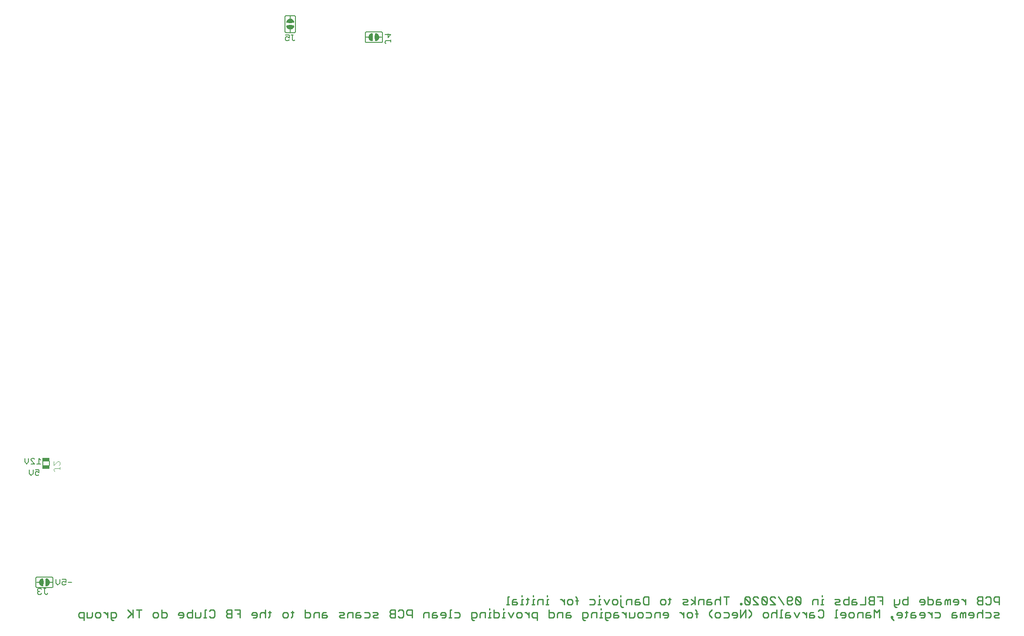
<source format=gbo>
G04 EAGLE Gerber RS-274X export*
G75*
%MOMM*%
%FSLAX34Y34*%
%LPD*%
%INBottom Silkscreen*%
%IPPOS*%
%AMOC8*
5,1,8,0,0,1.08239X$1,22.5*%
G01*
%ADD10C,0.254000*%
%ADD11C,0.177800*%
%ADD12C,0.152400*%
%ADD13R,1.400000X0.650000*%
%ADD14C,0.101600*%
%ADD15C,0.127000*%


D10*
X1960880Y39040D02*
X1960880Y54293D01*
X1953254Y54293D01*
X1950711Y51751D01*
X1950711Y46666D01*
X1953254Y44124D01*
X1960880Y44124D01*
X1936882Y54293D02*
X1934340Y51751D01*
X1936882Y54293D02*
X1941966Y54293D01*
X1944508Y51751D01*
X1944508Y41582D01*
X1941966Y39040D01*
X1936882Y39040D01*
X1934340Y41582D01*
X1928137Y39040D02*
X1928137Y54293D01*
X1920510Y54293D01*
X1917968Y51751D01*
X1917968Y49208D01*
X1920510Y46666D01*
X1917968Y44124D01*
X1917968Y41582D01*
X1920510Y39040D01*
X1928137Y39040D01*
X1928137Y46666D02*
X1920510Y46666D01*
X1895394Y49208D02*
X1895394Y39040D01*
X1895394Y44124D02*
X1890309Y49208D01*
X1887767Y49208D01*
X1879209Y39040D02*
X1874124Y39040D01*
X1879209Y39040D02*
X1881751Y41582D01*
X1881751Y46666D01*
X1879209Y49208D01*
X1874124Y49208D01*
X1871582Y46666D01*
X1871582Y44124D01*
X1881751Y44124D01*
X1865379Y39040D02*
X1865379Y49208D01*
X1862837Y49208D01*
X1860295Y46666D01*
X1860295Y39040D01*
X1860295Y46666D02*
X1857753Y49208D01*
X1855211Y46666D01*
X1855211Y39040D01*
X1846466Y49208D02*
X1841381Y49208D01*
X1838839Y46666D01*
X1838839Y39040D01*
X1846466Y39040D01*
X1849008Y41582D01*
X1846466Y44124D01*
X1838839Y44124D01*
X1822467Y39040D02*
X1822467Y54293D01*
X1822467Y39040D02*
X1830094Y39040D01*
X1832636Y41582D01*
X1832636Y46666D01*
X1830094Y49208D01*
X1822467Y49208D01*
X1813722Y39040D02*
X1808638Y39040D01*
X1813722Y39040D02*
X1816265Y41582D01*
X1816265Y46666D01*
X1813722Y49208D01*
X1808638Y49208D01*
X1806096Y46666D01*
X1806096Y44124D01*
X1816265Y44124D01*
X1783521Y39040D02*
X1783521Y54293D01*
X1783521Y39040D02*
X1775895Y39040D01*
X1773353Y41582D01*
X1773353Y46666D01*
X1775895Y49208D01*
X1783521Y49208D01*
X1767150Y49208D02*
X1767150Y41582D01*
X1764608Y39040D01*
X1756981Y39040D01*
X1756981Y36498D02*
X1756981Y49208D01*
X1756981Y36498D02*
X1759523Y33955D01*
X1762066Y33955D01*
X1734407Y39040D02*
X1734407Y54293D01*
X1724238Y54293D01*
X1729322Y46666D02*
X1734407Y46666D01*
X1718035Y39040D02*
X1718035Y54293D01*
X1710409Y54293D01*
X1707866Y51751D01*
X1707866Y49208D01*
X1710409Y46666D01*
X1707866Y44124D01*
X1707866Y41582D01*
X1710409Y39040D01*
X1718035Y39040D01*
X1718035Y46666D02*
X1710409Y46666D01*
X1701664Y54293D02*
X1701664Y39040D01*
X1691495Y39040D01*
X1682750Y49208D02*
X1677666Y49208D01*
X1675123Y46666D01*
X1675123Y39040D01*
X1682750Y39040D01*
X1685292Y41582D01*
X1682750Y44124D01*
X1675123Y44124D01*
X1668920Y39040D02*
X1668920Y54293D01*
X1668920Y39040D02*
X1661294Y39040D01*
X1658752Y41582D01*
X1658752Y46666D01*
X1661294Y49208D01*
X1668920Y49208D01*
X1652549Y39040D02*
X1644922Y39040D01*
X1642380Y41582D01*
X1644922Y44124D01*
X1650007Y44124D01*
X1652549Y46666D01*
X1650007Y49208D01*
X1642380Y49208D01*
X1619806Y49208D02*
X1617264Y49208D01*
X1617264Y39040D01*
X1619806Y39040D02*
X1614721Y39040D01*
X1617264Y54293D02*
X1617264Y56835D01*
X1608891Y49208D02*
X1608891Y39040D01*
X1608891Y49208D02*
X1601265Y49208D01*
X1598723Y46666D01*
X1598723Y39040D01*
X1576148Y41582D02*
X1576148Y51751D01*
X1573606Y54293D01*
X1568522Y54293D01*
X1565980Y51751D01*
X1565980Y41582D01*
X1568522Y39040D01*
X1573606Y39040D01*
X1576148Y41582D01*
X1565980Y51751D01*
X1559777Y41582D02*
X1557235Y39040D01*
X1552150Y39040D01*
X1549608Y41582D01*
X1549608Y51751D01*
X1552150Y54293D01*
X1557235Y54293D01*
X1559777Y51751D01*
X1559777Y49208D01*
X1557235Y46666D01*
X1549608Y46666D01*
X1543405Y39040D02*
X1533236Y54293D01*
X1527034Y39040D02*
X1516865Y39040D01*
X1516865Y49208D02*
X1527034Y39040D01*
X1516865Y49208D02*
X1516865Y51751D01*
X1519407Y54293D01*
X1524491Y54293D01*
X1527034Y51751D01*
X1510662Y51751D02*
X1510662Y41582D01*
X1510662Y51751D02*
X1508120Y54293D01*
X1503036Y54293D01*
X1500493Y51751D01*
X1500493Y41582D01*
X1503036Y39040D01*
X1508120Y39040D01*
X1510662Y41582D01*
X1500493Y51751D01*
X1494290Y39040D02*
X1484122Y39040D01*
X1494290Y39040D02*
X1484122Y49208D01*
X1484122Y51751D01*
X1486664Y54293D01*
X1491748Y54293D01*
X1494290Y51751D01*
X1477919Y51751D02*
X1477919Y41582D01*
X1477919Y51751D02*
X1475377Y54293D01*
X1470292Y54293D01*
X1467750Y51751D01*
X1467750Y41582D01*
X1470292Y39040D01*
X1475377Y39040D01*
X1477919Y41582D01*
X1467750Y51751D01*
X1461547Y41582D02*
X1461547Y39040D01*
X1461547Y41582D02*
X1459005Y41582D01*
X1459005Y39040D01*
X1461547Y39040D01*
X1431906Y39040D02*
X1431906Y54293D01*
X1436990Y54293D02*
X1426821Y54293D01*
X1420618Y54293D02*
X1420618Y39040D01*
X1420618Y46666D02*
X1418076Y49208D01*
X1412992Y49208D01*
X1410450Y46666D01*
X1410450Y39040D01*
X1401705Y49208D02*
X1396620Y49208D01*
X1394078Y46666D01*
X1394078Y39040D01*
X1401705Y39040D01*
X1404247Y41582D01*
X1401705Y44124D01*
X1394078Y44124D01*
X1387875Y39040D02*
X1387875Y49208D01*
X1380249Y49208D01*
X1377707Y46666D01*
X1377707Y39040D01*
X1371504Y39040D02*
X1371504Y54293D01*
X1371504Y44124D02*
X1363877Y39040D01*
X1371504Y44124D02*
X1363877Y49208D01*
X1357861Y39040D02*
X1350234Y39040D01*
X1347692Y41582D01*
X1350234Y44124D01*
X1355319Y44124D01*
X1357861Y46666D01*
X1355319Y49208D01*
X1347692Y49208D01*
X1322576Y51751D02*
X1322576Y41582D01*
X1320033Y39040D01*
X1320033Y49208D02*
X1325118Y49208D01*
X1311661Y39040D02*
X1306577Y39040D01*
X1304035Y41582D01*
X1304035Y46666D01*
X1306577Y49208D01*
X1311661Y49208D01*
X1314203Y46666D01*
X1314203Y41582D01*
X1311661Y39040D01*
X1281460Y39040D02*
X1281460Y54293D01*
X1281460Y39040D02*
X1273834Y39040D01*
X1271291Y41582D01*
X1271291Y51751D01*
X1273834Y54293D01*
X1281460Y54293D01*
X1262546Y49208D02*
X1257462Y49208D01*
X1254920Y46666D01*
X1254920Y39040D01*
X1262546Y39040D01*
X1265089Y41582D01*
X1262546Y44124D01*
X1254920Y44124D01*
X1248717Y39040D02*
X1248717Y49208D01*
X1241091Y49208D01*
X1238548Y46666D01*
X1238548Y39040D01*
X1232345Y33955D02*
X1229803Y33955D01*
X1227261Y36498D01*
X1227261Y49208D01*
X1227261Y54293D02*
X1227261Y56835D01*
X1218889Y39040D02*
X1213805Y39040D01*
X1211262Y41582D01*
X1211262Y46666D01*
X1213805Y49208D01*
X1218889Y49208D01*
X1221431Y46666D01*
X1221431Y41582D01*
X1218889Y39040D01*
X1205060Y49208D02*
X1199975Y39040D01*
X1194891Y49208D01*
X1188688Y49208D02*
X1186146Y49208D01*
X1186146Y39040D01*
X1188688Y39040D02*
X1183604Y39040D01*
X1186146Y54293D02*
X1186146Y56835D01*
X1175231Y49208D02*
X1167605Y49208D01*
X1175231Y49208D02*
X1177774Y46666D01*
X1177774Y41582D01*
X1175231Y39040D01*
X1167605Y39040D01*
X1142488Y39040D02*
X1142488Y51751D01*
X1139946Y54293D01*
X1139946Y46666D02*
X1145030Y46666D01*
X1131574Y39040D02*
X1126490Y39040D01*
X1123947Y41582D01*
X1123947Y46666D01*
X1126490Y49208D01*
X1131574Y49208D01*
X1134116Y46666D01*
X1134116Y41582D01*
X1131574Y39040D01*
X1117745Y39040D02*
X1117745Y49208D01*
X1117745Y44124D02*
X1112660Y49208D01*
X1110118Y49208D01*
X1087730Y49208D02*
X1085188Y49208D01*
X1085188Y39040D01*
X1087730Y39040D02*
X1082646Y39040D01*
X1085188Y54293D02*
X1085188Y56835D01*
X1076816Y49208D02*
X1076816Y39040D01*
X1076816Y49208D02*
X1069189Y49208D01*
X1066647Y46666D01*
X1066647Y39040D01*
X1060444Y49208D02*
X1057902Y49208D01*
X1057902Y39040D01*
X1060444Y39040D02*
X1055360Y39040D01*
X1057902Y54293D02*
X1057902Y56835D01*
X1046988Y51751D02*
X1046988Y41582D01*
X1044445Y39040D01*
X1044445Y49208D02*
X1049530Y49208D01*
X1038615Y49208D02*
X1036073Y49208D01*
X1036073Y39040D01*
X1038615Y39040D02*
X1033531Y39040D01*
X1036073Y54293D02*
X1036073Y56835D01*
X1025159Y49208D02*
X1020074Y49208D01*
X1017532Y46666D01*
X1017532Y39040D01*
X1025159Y39040D01*
X1027701Y41582D01*
X1025159Y44124D01*
X1017532Y44124D01*
X1011329Y54293D02*
X1008787Y54293D01*
X1008787Y39040D01*
X1011329Y39040D02*
X1006245Y39040D01*
X1953254Y13970D02*
X1960880Y13970D01*
X1953254Y13970D02*
X1950711Y16512D01*
X1953254Y19054D01*
X1958338Y19054D01*
X1960880Y21597D01*
X1958338Y24139D01*
X1950711Y24139D01*
X1941966Y24139D02*
X1934340Y24139D01*
X1941966Y24139D02*
X1944508Y21597D01*
X1944508Y16512D01*
X1941966Y13970D01*
X1934340Y13970D01*
X1928137Y13970D02*
X1928137Y29223D01*
X1925595Y24139D02*
X1928137Y21597D01*
X1925595Y24139D02*
X1920510Y24139D01*
X1917968Y21597D01*
X1917968Y13970D01*
X1909223Y13970D02*
X1904139Y13970D01*
X1909223Y13970D02*
X1911765Y16512D01*
X1911765Y21597D01*
X1909223Y24139D01*
X1904139Y24139D01*
X1901597Y21597D01*
X1901597Y19054D01*
X1911765Y19054D01*
X1895394Y13970D02*
X1895394Y24139D01*
X1892852Y24139D01*
X1890309Y21597D01*
X1890309Y13970D01*
X1890309Y21597D02*
X1887767Y24139D01*
X1885225Y21597D01*
X1885225Y13970D01*
X1876480Y24139D02*
X1871396Y24139D01*
X1868854Y21597D01*
X1868854Y13970D01*
X1876480Y13970D01*
X1879022Y16512D01*
X1876480Y19054D01*
X1868854Y19054D01*
X1843737Y24139D02*
X1836110Y24139D01*
X1843737Y24139D02*
X1846279Y21597D01*
X1846279Y16512D01*
X1843737Y13970D01*
X1836110Y13970D01*
X1829908Y13970D02*
X1829908Y24139D01*
X1829908Y19054D02*
X1824823Y24139D01*
X1822281Y24139D01*
X1813722Y13970D02*
X1808638Y13970D01*
X1813722Y13970D02*
X1816265Y16512D01*
X1816265Y21597D01*
X1813722Y24139D01*
X1808638Y24139D01*
X1806096Y21597D01*
X1806096Y19054D01*
X1816265Y19054D01*
X1797351Y24139D02*
X1792266Y24139D01*
X1789724Y21597D01*
X1789724Y13970D01*
X1797351Y13970D01*
X1799893Y16512D01*
X1797351Y19054D01*
X1789724Y19054D01*
X1780979Y16512D02*
X1780979Y26681D01*
X1780979Y16512D02*
X1778437Y13970D01*
X1778437Y24139D02*
X1783521Y24139D01*
X1770065Y13970D02*
X1764981Y13970D01*
X1770065Y13970D02*
X1772607Y16512D01*
X1772607Y21597D01*
X1770065Y24139D01*
X1764981Y24139D01*
X1762438Y21597D01*
X1762438Y19054D01*
X1772607Y19054D01*
X1756235Y8886D02*
X1751151Y13970D01*
X1751151Y16512D01*
X1753693Y16512D01*
X1753693Y13970D01*
X1751151Y13970D01*
X1728950Y13970D02*
X1728950Y29223D01*
X1723865Y24139D01*
X1718781Y29223D01*
X1718781Y13970D01*
X1710036Y24139D02*
X1704951Y24139D01*
X1702409Y21597D01*
X1702409Y13970D01*
X1710036Y13970D01*
X1712578Y16512D01*
X1710036Y19054D01*
X1702409Y19054D01*
X1696206Y13970D02*
X1696206Y24139D01*
X1688580Y24139D01*
X1686038Y21597D01*
X1686038Y13970D01*
X1677293Y13970D02*
X1672208Y13970D01*
X1669666Y16512D01*
X1669666Y21597D01*
X1672208Y24139D01*
X1677293Y24139D01*
X1679835Y21597D01*
X1679835Y16512D01*
X1677293Y13970D01*
X1660921Y13970D02*
X1655837Y13970D01*
X1660921Y13970D02*
X1663463Y16512D01*
X1663463Y21597D01*
X1660921Y24139D01*
X1655837Y24139D01*
X1653295Y21597D01*
X1653295Y19054D01*
X1663463Y19054D01*
X1647092Y29223D02*
X1644550Y29223D01*
X1644550Y13970D01*
X1647092Y13970D02*
X1642007Y13970D01*
X1612179Y29223D02*
X1609637Y26681D01*
X1612179Y29223D02*
X1617264Y29223D01*
X1619806Y26681D01*
X1619806Y16512D01*
X1617264Y13970D01*
X1612179Y13970D01*
X1609637Y16512D01*
X1600892Y24139D02*
X1595808Y24139D01*
X1593266Y21597D01*
X1593266Y13970D01*
X1600892Y13970D01*
X1603434Y16512D01*
X1600892Y19054D01*
X1593266Y19054D01*
X1587063Y13970D02*
X1587063Y24139D01*
X1587063Y19054D02*
X1581978Y24139D01*
X1579436Y24139D01*
X1573420Y24139D02*
X1568335Y13970D01*
X1563251Y24139D01*
X1554506Y24139D02*
X1549422Y24139D01*
X1546879Y21597D01*
X1546879Y13970D01*
X1554506Y13970D01*
X1557048Y16512D01*
X1554506Y19054D01*
X1546879Y19054D01*
X1540677Y29223D02*
X1538134Y29223D01*
X1538134Y13970D01*
X1535592Y13970D02*
X1540677Y13970D01*
X1529762Y13970D02*
X1529762Y29223D01*
X1527220Y24139D02*
X1529762Y21597D01*
X1527220Y24139D02*
X1522136Y24139D01*
X1519594Y21597D01*
X1519594Y13970D01*
X1510848Y13970D02*
X1505764Y13970D01*
X1503222Y16512D01*
X1503222Y21597D01*
X1505764Y24139D01*
X1510848Y24139D01*
X1513391Y21597D01*
X1513391Y16512D01*
X1510848Y13970D01*
X1480648Y19054D02*
X1475563Y13970D01*
X1480648Y19054D02*
X1480648Y24139D01*
X1475563Y29223D01*
X1469733Y29223D02*
X1469733Y13970D01*
X1459564Y13970D02*
X1469733Y29223D01*
X1459564Y29223D02*
X1459564Y13970D01*
X1450819Y13970D02*
X1445735Y13970D01*
X1450819Y13970D02*
X1453362Y16512D01*
X1453362Y21597D01*
X1450819Y24139D01*
X1445735Y24139D01*
X1443193Y21597D01*
X1443193Y19054D01*
X1453362Y19054D01*
X1434448Y24139D02*
X1426821Y24139D01*
X1434448Y24139D02*
X1436990Y21597D01*
X1436990Y16512D01*
X1434448Y13970D01*
X1426821Y13970D01*
X1418076Y13970D02*
X1412992Y13970D01*
X1410450Y16512D01*
X1410450Y21597D01*
X1412992Y24139D01*
X1418076Y24139D01*
X1420618Y21597D01*
X1420618Y16512D01*
X1418076Y13970D01*
X1404247Y13970D02*
X1399163Y19054D01*
X1399163Y24139D01*
X1404247Y29223D01*
X1374419Y26681D02*
X1374419Y13970D01*
X1374419Y26681D02*
X1371877Y29223D01*
X1371877Y21597D02*
X1376961Y21597D01*
X1363504Y13970D02*
X1358420Y13970D01*
X1355878Y16512D01*
X1355878Y21597D01*
X1358420Y24139D01*
X1363504Y24139D01*
X1366047Y21597D01*
X1366047Y16512D01*
X1363504Y13970D01*
X1349675Y13970D02*
X1349675Y24139D01*
X1344591Y24139D02*
X1349675Y19054D01*
X1344591Y24139D02*
X1342049Y24139D01*
X1317118Y13970D02*
X1312034Y13970D01*
X1317118Y13970D02*
X1319660Y16512D01*
X1319660Y21597D01*
X1317118Y24139D01*
X1312034Y24139D01*
X1309492Y21597D01*
X1309492Y19054D01*
X1319660Y19054D01*
X1303289Y13970D02*
X1303289Y24139D01*
X1295662Y24139D01*
X1293120Y21597D01*
X1293120Y13970D01*
X1284375Y24139D02*
X1276749Y24139D01*
X1284375Y24139D02*
X1286917Y21597D01*
X1286917Y16512D01*
X1284375Y13970D01*
X1276749Y13970D01*
X1268004Y13970D02*
X1262919Y13970D01*
X1260377Y16512D01*
X1260377Y21597D01*
X1262919Y24139D01*
X1268004Y24139D01*
X1270546Y21597D01*
X1270546Y16512D01*
X1268004Y13970D01*
X1254174Y16512D02*
X1254174Y24139D01*
X1254174Y16512D02*
X1251632Y13970D01*
X1244006Y13970D01*
X1244006Y24139D01*
X1237803Y24139D02*
X1237803Y13970D01*
X1237803Y19054D02*
X1232718Y24139D01*
X1230176Y24139D01*
X1221618Y24139D02*
X1216533Y24139D01*
X1213991Y21597D01*
X1213991Y13970D01*
X1221618Y13970D01*
X1224160Y16512D01*
X1221618Y19054D01*
X1213991Y19054D01*
X1202704Y8886D02*
X1200162Y8886D01*
X1197619Y11428D01*
X1197619Y24139D01*
X1205246Y24139D01*
X1207788Y21597D01*
X1207788Y16512D01*
X1205246Y13970D01*
X1197619Y13970D01*
X1191417Y24139D02*
X1188874Y24139D01*
X1188874Y13970D01*
X1186332Y13970D02*
X1191417Y13970D01*
X1188874Y29223D02*
X1188874Y31765D01*
X1180502Y24139D02*
X1180502Y13970D01*
X1180502Y24139D02*
X1172876Y24139D01*
X1170334Y21597D01*
X1170334Y13970D01*
X1159046Y8886D02*
X1156504Y8886D01*
X1153962Y11428D01*
X1153962Y24139D01*
X1161588Y24139D01*
X1164131Y21597D01*
X1164131Y16512D01*
X1161588Y13970D01*
X1153962Y13970D01*
X1128845Y24139D02*
X1123761Y24139D01*
X1121219Y21597D01*
X1121219Y13970D01*
X1128845Y13970D01*
X1131388Y16512D01*
X1128845Y19054D01*
X1121219Y19054D01*
X1115016Y13970D02*
X1115016Y24139D01*
X1107389Y24139D01*
X1104847Y21597D01*
X1104847Y13970D01*
X1088476Y13970D02*
X1088476Y29223D01*
X1088476Y13970D02*
X1096102Y13970D01*
X1098644Y16512D01*
X1098644Y21597D01*
X1096102Y24139D01*
X1088476Y24139D01*
X1065901Y24139D02*
X1065901Y8886D01*
X1065901Y24139D02*
X1058275Y24139D01*
X1055733Y21597D01*
X1055733Y16512D01*
X1058275Y13970D01*
X1065901Y13970D01*
X1049530Y13970D02*
X1049530Y24139D01*
X1049530Y19054D02*
X1044445Y24139D01*
X1041903Y24139D01*
X1033345Y13970D02*
X1028260Y13970D01*
X1025718Y16512D01*
X1025718Y21597D01*
X1028260Y24139D01*
X1033345Y24139D01*
X1035887Y21597D01*
X1035887Y16512D01*
X1033345Y13970D01*
X1019515Y24139D02*
X1014431Y13970D01*
X1009346Y24139D01*
X1003144Y24139D02*
X1000601Y24139D01*
X1000601Y13970D01*
X998059Y13970D02*
X1003144Y13970D01*
X1000601Y29223D02*
X1000601Y31765D01*
X982061Y29223D02*
X982061Y13970D01*
X989687Y13970D01*
X992229Y16512D01*
X992229Y21597D01*
X989687Y24139D01*
X982061Y24139D01*
X975858Y24139D02*
X973316Y24139D01*
X973316Y13970D01*
X975858Y13970D02*
X970773Y13970D01*
X973316Y29223D02*
X973316Y31765D01*
X964943Y24139D02*
X964943Y13970D01*
X964943Y24139D02*
X957317Y24139D01*
X954775Y21597D01*
X954775Y13970D01*
X943487Y8886D02*
X940945Y8886D01*
X938403Y11428D01*
X938403Y24139D01*
X946030Y24139D01*
X948572Y21597D01*
X948572Y16512D01*
X946030Y13970D01*
X938403Y13970D01*
X913286Y24139D02*
X905660Y24139D01*
X913286Y24139D02*
X915829Y21597D01*
X915829Y16512D01*
X913286Y13970D01*
X905660Y13970D01*
X899457Y29223D02*
X896915Y29223D01*
X896915Y13970D01*
X899457Y13970D02*
X894373Y13970D01*
X886001Y13970D02*
X880916Y13970D01*
X886001Y13970D02*
X888543Y16512D01*
X888543Y21597D01*
X886001Y24139D01*
X880916Y24139D01*
X878374Y21597D01*
X878374Y19054D01*
X888543Y19054D01*
X869629Y24139D02*
X864545Y24139D01*
X862002Y21597D01*
X862002Y13970D01*
X869629Y13970D01*
X872171Y16512D01*
X869629Y19054D01*
X862002Y19054D01*
X855800Y13970D02*
X855800Y24139D01*
X848173Y24139D01*
X845631Y21597D01*
X845631Y13970D01*
X823056Y13970D02*
X823056Y29223D01*
X815430Y29223D01*
X812888Y26681D01*
X812888Y21597D01*
X815430Y19054D01*
X823056Y19054D01*
X799058Y29223D02*
X796516Y26681D01*
X799058Y29223D02*
X804143Y29223D01*
X806685Y26681D01*
X806685Y16512D01*
X804143Y13970D01*
X799058Y13970D01*
X796516Y16512D01*
X790313Y13970D02*
X790313Y29223D01*
X782687Y29223D01*
X780145Y26681D01*
X780145Y24139D01*
X782687Y21597D01*
X780145Y19054D01*
X780145Y16512D01*
X782687Y13970D01*
X790313Y13970D01*
X790313Y21597D02*
X782687Y21597D01*
X757570Y13970D02*
X749944Y13970D01*
X747401Y16512D01*
X749944Y19054D01*
X755028Y19054D01*
X757570Y21597D01*
X755028Y24139D01*
X747401Y24139D01*
X738656Y24139D02*
X731030Y24139D01*
X738656Y24139D02*
X741199Y21597D01*
X741199Y16512D01*
X738656Y13970D01*
X731030Y13970D01*
X722285Y24139D02*
X717201Y24139D01*
X714658Y21597D01*
X714658Y13970D01*
X722285Y13970D01*
X724827Y16512D01*
X722285Y19054D01*
X714658Y19054D01*
X708455Y13970D02*
X708455Y24139D01*
X700829Y24139D01*
X698287Y21597D01*
X698287Y13970D01*
X692084Y13970D02*
X684457Y13970D01*
X681915Y16512D01*
X684457Y19054D01*
X689542Y19054D01*
X692084Y21597D01*
X689542Y24139D01*
X681915Y24139D01*
X656799Y24139D02*
X651714Y24139D01*
X649172Y21597D01*
X649172Y13970D01*
X656799Y13970D01*
X659341Y16512D01*
X656799Y19054D01*
X649172Y19054D01*
X642969Y13970D02*
X642969Y24139D01*
X635343Y24139D01*
X632801Y21597D01*
X632801Y13970D01*
X616429Y13970D02*
X616429Y29223D01*
X616429Y13970D02*
X624056Y13970D01*
X626598Y16512D01*
X626598Y21597D01*
X624056Y24139D01*
X616429Y24139D01*
X591312Y26681D02*
X591312Y16512D01*
X588770Y13970D01*
X588770Y24139D02*
X593855Y24139D01*
X580398Y13970D02*
X575314Y13970D01*
X572771Y16512D01*
X572771Y21597D01*
X575314Y24139D01*
X580398Y24139D01*
X582940Y21597D01*
X582940Y16512D01*
X580398Y13970D01*
X547655Y16512D02*
X547655Y26681D01*
X547655Y16512D02*
X545113Y13970D01*
X545113Y24139D02*
X550197Y24139D01*
X539283Y29223D02*
X539283Y13970D01*
X539283Y21597D02*
X536741Y24139D01*
X531656Y24139D01*
X529114Y21597D01*
X529114Y13970D01*
X520369Y13970D02*
X515285Y13970D01*
X520369Y13970D02*
X522911Y16512D01*
X522911Y21597D01*
X520369Y24139D01*
X515285Y24139D01*
X512742Y21597D01*
X512742Y19054D01*
X522911Y19054D01*
X490168Y13970D02*
X490168Y29223D01*
X479999Y29223D01*
X485084Y21597D02*
X490168Y21597D01*
X473796Y29223D02*
X473796Y13970D01*
X473796Y29223D02*
X466170Y29223D01*
X463628Y26681D01*
X463628Y24139D01*
X466170Y21597D01*
X463628Y19054D01*
X463628Y16512D01*
X466170Y13970D01*
X473796Y13970D01*
X473796Y21597D02*
X466170Y21597D01*
X433427Y29223D02*
X430885Y26681D01*
X433427Y29223D02*
X438511Y29223D01*
X441053Y26681D01*
X441053Y16512D01*
X438511Y13970D01*
X433427Y13970D01*
X430885Y16512D01*
X424682Y29223D02*
X422140Y29223D01*
X422140Y13970D01*
X424682Y13970D02*
X419597Y13970D01*
X413767Y16512D02*
X413767Y24139D01*
X413767Y16512D02*
X411225Y13970D01*
X403599Y13970D01*
X403599Y24139D01*
X397396Y29223D02*
X397396Y13970D01*
X389769Y13970D01*
X387227Y16512D01*
X387227Y21597D01*
X389769Y24139D01*
X397396Y24139D01*
X378482Y13970D02*
X373398Y13970D01*
X378482Y13970D02*
X381024Y16512D01*
X381024Y21597D01*
X378482Y24139D01*
X373398Y24139D01*
X370856Y21597D01*
X370856Y19054D01*
X381024Y19054D01*
X338112Y13970D02*
X338112Y29223D01*
X338112Y13970D02*
X345739Y13970D01*
X348281Y16512D01*
X348281Y21597D01*
X345739Y24139D01*
X338112Y24139D01*
X329367Y13970D02*
X324283Y13970D01*
X321741Y16512D01*
X321741Y21597D01*
X324283Y24139D01*
X329367Y24139D01*
X331910Y21597D01*
X331910Y16512D01*
X329367Y13970D01*
X294082Y13970D02*
X294082Y29223D01*
X299166Y29223D02*
X288998Y29223D01*
X282795Y29223D02*
X282795Y13970D01*
X282795Y19054D02*
X272626Y29223D01*
X280253Y21597D02*
X272626Y13970D01*
X244967Y8886D02*
X242425Y8886D01*
X239883Y11428D01*
X239883Y24139D01*
X247510Y24139D01*
X250052Y21597D01*
X250052Y16512D01*
X247510Y13970D01*
X239883Y13970D01*
X233680Y13970D02*
X233680Y24139D01*
X228596Y24139D02*
X233680Y19054D01*
X228596Y24139D02*
X226054Y24139D01*
X217495Y13970D02*
X212411Y13970D01*
X209869Y16512D01*
X209869Y21597D01*
X212411Y24139D01*
X217495Y24139D01*
X220037Y21597D01*
X220037Y16512D01*
X217495Y13970D01*
X203666Y16512D02*
X203666Y24139D01*
X203666Y16512D02*
X201123Y13970D01*
X193497Y13970D01*
X193497Y24139D01*
X187294Y24139D02*
X187294Y8886D01*
X187294Y24139D02*
X179668Y24139D01*
X177125Y21597D01*
X177125Y16512D01*
X179668Y13970D01*
X187294Y13970D01*
D11*
X100711Y300745D02*
X93423Y300745D01*
X100711Y300745D02*
X100711Y295280D01*
X97067Y297102D01*
X95245Y297102D01*
X93423Y295280D01*
X93423Y291636D01*
X95245Y289814D01*
X98889Y289814D01*
X100711Y291636D01*
X89017Y293458D02*
X89017Y300745D01*
X89017Y293458D02*
X85373Y289814D01*
X81730Y293458D01*
X81730Y300745D01*
X103886Y319327D02*
X100242Y322970D01*
X100242Y312039D01*
X103886Y312039D02*
X96598Y312039D01*
X92192Y312039D02*
X84905Y312039D01*
X92192Y312039D02*
X84905Y319327D01*
X84905Y321148D01*
X86726Y322970D01*
X90370Y322970D01*
X92192Y321148D01*
X80498Y322970D02*
X80498Y315683D01*
X76854Y312039D01*
X73211Y315683D01*
X73211Y322970D01*
X156923Y82555D02*
X164211Y82555D01*
X152517Y88020D02*
X145230Y88020D01*
X152517Y88020D02*
X152517Y82555D01*
X148873Y84377D01*
X147051Y84377D01*
X145230Y82555D01*
X145230Y78911D01*
X147051Y77089D01*
X150695Y77089D01*
X152517Y78911D01*
X140823Y80733D02*
X140823Y88020D01*
X140823Y80733D02*
X137179Y77089D01*
X133536Y80733D01*
X133536Y88020D01*
D12*
X107950Y309200D02*
X107950Y317400D01*
X120650Y317400D02*
X120650Y309200D01*
D13*
X114315Y320614D03*
X114315Y305882D03*
D14*
X129268Y299637D02*
X131217Y297688D01*
X129268Y299637D02*
X129268Y301586D01*
X131217Y303535D01*
X140962Y303535D01*
X140962Y301586D02*
X140962Y305484D01*
X129268Y309382D02*
X129268Y317178D01*
X129268Y309382D02*
X137064Y317178D01*
X139013Y317178D01*
X140962Y315229D01*
X140962Y311331D01*
X139013Y309382D01*
D12*
X125095Y92710D02*
X97155Y92710D01*
X125095Y72390D02*
X125195Y72392D01*
X125294Y72398D01*
X125394Y72408D01*
X125492Y72421D01*
X125591Y72439D01*
X125688Y72460D01*
X125784Y72485D01*
X125880Y72514D01*
X125974Y72547D01*
X126067Y72583D01*
X126158Y72623D01*
X126248Y72667D01*
X126336Y72714D01*
X126422Y72764D01*
X126506Y72818D01*
X126588Y72875D01*
X126667Y72935D01*
X126745Y72999D01*
X126819Y73065D01*
X126891Y73134D01*
X126960Y73206D01*
X127026Y73280D01*
X127090Y73358D01*
X127150Y73437D01*
X127207Y73519D01*
X127261Y73603D01*
X127311Y73689D01*
X127358Y73777D01*
X127402Y73867D01*
X127442Y73958D01*
X127478Y74051D01*
X127511Y74145D01*
X127540Y74241D01*
X127565Y74337D01*
X127586Y74434D01*
X127604Y74533D01*
X127617Y74631D01*
X127627Y74731D01*
X127633Y74830D01*
X127635Y74930D01*
X97155Y72390D02*
X97055Y72392D01*
X96956Y72398D01*
X96856Y72408D01*
X96758Y72421D01*
X96659Y72439D01*
X96562Y72460D01*
X96466Y72485D01*
X96370Y72514D01*
X96276Y72547D01*
X96183Y72583D01*
X96092Y72623D01*
X96002Y72667D01*
X95914Y72714D01*
X95828Y72764D01*
X95744Y72818D01*
X95662Y72875D01*
X95583Y72935D01*
X95505Y72999D01*
X95431Y73065D01*
X95359Y73134D01*
X95290Y73206D01*
X95224Y73280D01*
X95160Y73358D01*
X95100Y73437D01*
X95043Y73519D01*
X94989Y73603D01*
X94939Y73689D01*
X94892Y73777D01*
X94848Y73867D01*
X94808Y73958D01*
X94772Y74051D01*
X94739Y74145D01*
X94710Y74241D01*
X94685Y74337D01*
X94664Y74434D01*
X94646Y74533D01*
X94633Y74631D01*
X94623Y74731D01*
X94617Y74830D01*
X94615Y74930D01*
X94615Y90170D02*
X94617Y90270D01*
X94623Y90369D01*
X94633Y90469D01*
X94646Y90567D01*
X94664Y90666D01*
X94685Y90763D01*
X94710Y90859D01*
X94739Y90955D01*
X94772Y91049D01*
X94808Y91142D01*
X94848Y91233D01*
X94892Y91323D01*
X94939Y91411D01*
X94989Y91497D01*
X95043Y91581D01*
X95100Y91663D01*
X95160Y91742D01*
X95224Y91820D01*
X95290Y91894D01*
X95359Y91966D01*
X95431Y92035D01*
X95505Y92101D01*
X95583Y92165D01*
X95662Y92225D01*
X95744Y92282D01*
X95828Y92336D01*
X95914Y92386D01*
X96002Y92433D01*
X96092Y92477D01*
X96183Y92517D01*
X96276Y92553D01*
X96370Y92586D01*
X96466Y92615D01*
X96562Y92640D01*
X96659Y92661D01*
X96758Y92679D01*
X96856Y92692D01*
X96956Y92702D01*
X97055Y92708D01*
X97155Y92710D01*
X125095Y92710D02*
X125195Y92708D01*
X125294Y92702D01*
X125394Y92692D01*
X125492Y92679D01*
X125591Y92661D01*
X125688Y92640D01*
X125784Y92615D01*
X125880Y92586D01*
X125974Y92553D01*
X126067Y92517D01*
X126158Y92477D01*
X126248Y92433D01*
X126336Y92386D01*
X126422Y92336D01*
X126506Y92282D01*
X126588Y92225D01*
X126667Y92165D01*
X126745Y92101D01*
X126819Y92035D01*
X126891Y91966D01*
X126960Y91894D01*
X127026Y91820D01*
X127090Y91742D01*
X127150Y91663D01*
X127207Y91581D01*
X127261Y91497D01*
X127311Y91411D01*
X127358Y91323D01*
X127402Y91233D01*
X127442Y91142D01*
X127478Y91049D01*
X127511Y90955D01*
X127540Y90859D01*
X127565Y90763D01*
X127586Y90666D01*
X127604Y90567D01*
X127617Y90469D01*
X127627Y90369D01*
X127633Y90270D01*
X127635Y90170D01*
X127635Y74930D01*
X94615Y74930D02*
X94615Y90170D01*
X97155Y72390D02*
X125095Y72390D01*
X126365Y82550D02*
X121285Y82550D01*
X100965Y82550D02*
X95885Y82550D01*
D15*
X107951Y89506D02*
X108584Y82550D01*
X108584Y82550D01*
X107951Y75594D01*
X107781Y75611D01*
X107611Y75633D01*
X107443Y75659D01*
X107274Y75689D01*
X107107Y75723D01*
X106940Y75761D01*
X106775Y75804D01*
X106610Y75850D01*
X106447Y75900D01*
X106285Y75954D01*
X106124Y76013D01*
X105965Y76075D01*
X105808Y76141D01*
X105652Y76211D01*
X105498Y76284D01*
X105345Y76362D01*
X105195Y76443D01*
X105047Y76528D01*
X104900Y76616D01*
X104756Y76708D01*
X104615Y76803D01*
X104475Y76902D01*
X104338Y77004D01*
X104204Y77110D01*
X104072Y77219D01*
X103943Y77331D01*
X103817Y77446D01*
X103693Y77564D01*
X103573Y77685D01*
X103455Y77809D01*
X103341Y77936D01*
X103230Y78065D01*
X103122Y78198D01*
X103017Y78333D01*
X102915Y78470D01*
X102817Y78610D01*
X102723Y78752D01*
X102631Y78897D01*
X102544Y79044D01*
X102460Y79192D01*
X102380Y79343D01*
X102303Y79496D01*
X102230Y79650D01*
X102161Y79807D01*
X102096Y79965D01*
X102035Y80124D01*
X101977Y80285D01*
X101924Y80447D01*
X101875Y80611D01*
X101829Y80776D01*
X101788Y80941D01*
X101750Y81108D01*
X101717Y81276D01*
X101688Y81444D01*
X101663Y81613D01*
X101642Y81783D01*
X101626Y81953D01*
X101613Y82123D01*
X101605Y82294D01*
X101601Y82465D01*
X101601Y82635D01*
X101605Y82806D01*
X101613Y82977D01*
X101626Y83147D01*
X101642Y83317D01*
X101663Y83487D01*
X101688Y83656D01*
X101717Y83824D01*
X101750Y83992D01*
X101788Y84159D01*
X101829Y84324D01*
X101875Y84489D01*
X101924Y84653D01*
X101977Y84815D01*
X102035Y84976D01*
X102096Y85135D01*
X102161Y85293D01*
X102230Y85450D01*
X102303Y85604D01*
X102380Y85757D01*
X102460Y85908D01*
X102544Y86056D01*
X102631Y86203D01*
X102723Y86348D01*
X102817Y86490D01*
X102915Y86630D01*
X103017Y86767D01*
X103122Y86902D01*
X103230Y87035D01*
X103341Y87164D01*
X103455Y87291D01*
X103573Y87415D01*
X103693Y87536D01*
X103817Y87654D01*
X103943Y87769D01*
X104072Y87881D01*
X104204Y87990D01*
X104338Y88096D01*
X104475Y88198D01*
X104615Y88297D01*
X104756Y88392D01*
X104900Y88484D01*
X105047Y88572D01*
X105195Y88657D01*
X105345Y88738D01*
X105498Y88816D01*
X105652Y88889D01*
X105808Y88959D01*
X105965Y89025D01*
X106124Y89087D01*
X106285Y89146D01*
X106447Y89200D01*
X106610Y89250D01*
X106775Y89296D01*
X106940Y89339D01*
X107107Y89377D01*
X107274Y89411D01*
X107443Y89441D01*
X107611Y89467D01*
X107781Y89489D01*
X107951Y89506D01*
X107951Y88294D01*
X107802Y88276D01*
X107653Y88253D01*
X107504Y88227D01*
X107356Y88197D01*
X107210Y88163D01*
X107064Y88125D01*
X106919Y88084D01*
X106775Y88038D01*
X106632Y87989D01*
X106491Y87936D01*
X106351Y87880D01*
X106213Y87820D01*
X106076Y87756D01*
X105941Y87689D01*
X105808Y87618D01*
X105677Y87544D01*
X105548Y87467D01*
X105421Y87386D01*
X105296Y87301D01*
X105173Y87214D01*
X105052Y87123D01*
X104934Y87030D01*
X104818Y86933D01*
X104705Y86833D01*
X104595Y86731D01*
X104487Y86625D01*
X104382Y86517D01*
X104280Y86406D01*
X104181Y86292D01*
X104085Y86176D01*
X103992Y86057D01*
X103902Y85936D01*
X103815Y85813D01*
X103732Y85688D01*
X103652Y85560D01*
X103575Y85430D01*
X103501Y85299D01*
X103432Y85165D01*
X103365Y85030D01*
X103302Y84893D01*
X103243Y84754D01*
X103187Y84614D01*
X103135Y84473D01*
X103087Y84330D01*
X103042Y84186D01*
X103002Y84041D01*
X102965Y83894D01*
X102931Y83747D01*
X102902Y83599D01*
X102877Y83451D01*
X102855Y83302D01*
X102837Y83152D01*
X102824Y83002D01*
X102814Y82851D01*
X102808Y82701D01*
X102806Y82550D01*
X102808Y82399D01*
X102814Y82249D01*
X102824Y82098D01*
X102837Y81948D01*
X102855Y81798D01*
X102877Y81649D01*
X102902Y81501D01*
X102931Y81353D01*
X102965Y81206D01*
X103002Y81059D01*
X103042Y80914D01*
X103087Y80770D01*
X103135Y80627D01*
X103187Y80486D01*
X103243Y80346D01*
X103302Y80207D01*
X103365Y80070D01*
X103432Y79935D01*
X103501Y79801D01*
X103575Y79670D01*
X103652Y79540D01*
X103732Y79412D01*
X103815Y79287D01*
X103902Y79164D01*
X103992Y79043D01*
X104085Y78924D01*
X104181Y78808D01*
X104280Y78694D01*
X104382Y78583D01*
X104487Y78475D01*
X104595Y78369D01*
X104705Y78267D01*
X104818Y78167D01*
X104934Y78070D01*
X105052Y77977D01*
X105173Y77886D01*
X105296Y77799D01*
X105421Y77714D01*
X105548Y77633D01*
X105677Y77556D01*
X105808Y77482D01*
X105941Y77411D01*
X106076Y77344D01*
X106213Y77280D01*
X106351Y77220D01*
X106491Y77164D01*
X106632Y77111D01*
X106775Y77062D01*
X106919Y77016D01*
X107064Y76975D01*
X107210Y76937D01*
X107356Y76903D01*
X107504Y76873D01*
X107653Y76847D01*
X107802Y76824D01*
X107951Y76806D01*
X107952Y78021D01*
X107820Y78041D01*
X107689Y78066D01*
X107558Y78094D01*
X107428Y78126D01*
X107299Y78161D01*
X107172Y78201D01*
X107045Y78244D01*
X106920Y78291D01*
X106796Y78341D01*
X106674Y78395D01*
X106554Y78453D01*
X106435Y78514D01*
X106318Y78579D01*
X106203Y78647D01*
X106090Y78718D01*
X105979Y78792D01*
X105870Y78870D01*
X105764Y78951D01*
X105660Y79035D01*
X105558Y79122D01*
X105459Y79212D01*
X105363Y79305D01*
X105270Y79400D01*
X105179Y79498D01*
X105091Y79599D01*
X105007Y79703D01*
X104925Y79808D01*
X104846Y79916D01*
X104771Y80027D01*
X104699Y80139D01*
X104630Y80254D01*
X104565Y80370D01*
X104503Y80489D01*
X104444Y80609D01*
X104389Y80731D01*
X104338Y80854D01*
X104290Y80979D01*
X104246Y81105D01*
X104206Y81233D01*
X104169Y81361D01*
X104136Y81491D01*
X104107Y81621D01*
X104082Y81752D01*
X104061Y81884D01*
X104043Y82017D01*
X104030Y82150D01*
X104020Y82283D01*
X104014Y82416D01*
X104012Y82550D01*
X104014Y82684D01*
X104020Y82817D01*
X104030Y82950D01*
X104043Y83083D01*
X104061Y83216D01*
X104082Y83348D01*
X104107Y83479D01*
X104136Y83609D01*
X104169Y83739D01*
X104206Y83867D01*
X104246Y83995D01*
X104290Y84121D01*
X104338Y84246D01*
X104389Y84369D01*
X104444Y84491D01*
X104503Y84611D01*
X104565Y84730D01*
X104630Y84846D01*
X104699Y84961D01*
X104771Y85073D01*
X104846Y85184D01*
X104925Y85292D01*
X105007Y85397D01*
X105091Y85501D01*
X105179Y85602D01*
X105270Y85700D01*
X105363Y85795D01*
X105459Y85888D01*
X105558Y85978D01*
X105660Y86065D01*
X105764Y86149D01*
X105870Y86230D01*
X105979Y86308D01*
X106090Y86382D01*
X106203Y86453D01*
X106318Y86521D01*
X106435Y86586D01*
X106554Y86647D01*
X106674Y86705D01*
X106796Y86759D01*
X106920Y86809D01*
X107045Y86856D01*
X107172Y86899D01*
X107299Y86939D01*
X107428Y86974D01*
X107558Y87006D01*
X107689Y87034D01*
X107820Y87059D01*
X107952Y87079D01*
X107954Y85857D01*
X107841Y85834D01*
X107730Y85807D01*
X107619Y85775D01*
X107510Y85741D01*
X107401Y85702D01*
X107294Y85660D01*
X107189Y85614D01*
X107085Y85565D01*
X106983Y85512D01*
X106883Y85455D01*
X106785Y85396D01*
X106689Y85332D01*
X106595Y85266D01*
X106504Y85197D01*
X106415Y85124D01*
X106328Y85049D01*
X106244Y84970D01*
X106163Y84889D01*
X106084Y84805D01*
X106009Y84718D01*
X105936Y84629D01*
X105867Y84537D01*
X105801Y84443D01*
X105738Y84347D01*
X105678Y84249D01*
X105622Y84149D01*
X105569Y84047D01*
X105520Y83943D01*
X105474Y83838D01*
X105432Y83731D01*
X105393Y83623D01*
X105359Y83513D01*
X105328Y83402D01*
X105301Y83291D01*
X105277Y83178D01*
X105258Y83065D01*
X105242Y82951D01*
X105230Y82837D01*
X105222Y82722D01*
X105218Y82607D01*
X105218Y82493D01*
X105222Y82378D01*
X105230Y82263D01*
X105242Y82149D01*
X105258Y82035D01*
X105277Y81922D01*
X105301Y81809D01*
X105328Y81698D01*
X105359Y81587D01*
X105393Y81477D01*
X105432Y81369D01*
X105474Y81262D01*
X105520Y81157D01*
X105569Y81053D01*
X105622Y80951D01*
X105678Y80851D01*
X105738Y80753D01*
X105801Y80657D01*
X105867Y80563D01*
X105936Y80471D01*
X106009Y80382D01*
X106084Y80295D01*
X106163Y80211D01*
X106244Y80130D01*
X106328Y80051D01*
X106415Y79976D01*
X106504Y79903D01*
X106595Y79834D01*
X106689Y79768D01*
X106785Y79704D01*
X106883Y79645D01*
X106983Y79588D01*
X107085Y79535D01*
X107189Y79486D01*
X107294Y79440D01*
X107401Y79398D01*
X107510Y79359D01*
X107619Y79325D01*
X107730Y79293D01*
X107841Y79266D01*
X107954Y79243D01*
X107959Y80482D01*
X107872Y80510D01*
X107785Y80542D01*
X107701Y80578D01*
X107618Y80618D01*
X107536Y80660D01*
X107457Y80707D01*
X107379Y80757D01*
X107304Y80809D01*
X107231Y80866D01*
X107161Y80925D01*
X107093Y80987D01*
X107028Y81052D01*
X106965Y81119D01*
X106906Y81189D01*
X106850Y81262D01*
X106796Y81337D01*
X106746Y81414D01*
X106700Y81494D01*
X106657Y81575D01*
X106617Y81658D01*
X106581Y81742D01*
X106548Y81828D01*
X106519Y81916D01*
X106494Y82004D01*
X106473Y82094D01*
X106455Y82184D01*
X106442Y82275D01*
X106432Y82366D01*
X106426Y82458D01*
X106424Y82550D01*
X106426Y82642D01*
X106432Y82734D01*
X106442Y82825D01*
X106455Y82916D01*
X106473Y83006D01*
X106494Y83096D01*
X106519Y83184D01*
X106548Y83272D01*
X106581Y83358D01*
X106617Y83442D01*
X106657Y83525D01*
X106700Y83606D01*
X106746Y83686D01*
X106796Y83763D01*
X106850Y83838D01*
X106906Y83911D01*
X106965Y83981D01*
X107028Y84048D01*
X107093Y84113D01*
X107161Y84175D01*
X107231Y84234D01*
X107304Y84291D01*
X107379Y84343D01*
X107457Y84393D01*
X107536Y84440D01*
X107618Y84482D01*
X107701Y84522D01*
X107785Y84558D01*
X107872Y84590D01*
X107959Y84618D01*
X107996Y83302D01*
X107950Y83263D01*
X107907Y83222D01*
X107866Y83179D01*
X107828Y83132D01*
X107793Y83084D01*
X107762Y83034D01*
X107733Y82981D01*
X107708Y82927D01*
X107686Y82872D01*
X107667Y82815D01*
X107653Y82757D01*
X107642Y82699D01*
X107634Y82639D01*
X107630Y82580D01*
X107630Y82520D01*
X107634Y82461D01*
X107642Y82401D01*
X107653Y82343D01*
X107667Y82285D01*
X107686Y82228D01*
X107708Y82173D01*
X107733Y82119D01*
X107762Y82066D01*
X107793Y82016D01*
X107828Y81968D01*
X107866Y81921D01*
X107907Y81878D01*
X107950Y81837D01*
X107996Y81798D01*
X114299Y75594D02*
X113666Y82550D01*
X113666Y82550D01*
X114299Y89506D01*
X114469Y89489D01*
X114639Y89467D01*
X114807Y89441D01*
X114976Y89411D01*
X115143Y89377D01*
X115310Y89339D01*
X115475Y89296D01*
X115640Y89250D01*
X115803Y89200D01*
X115965Y89146D01*
X116126Y89087D01*
X116285Y89025D01*
X116442Y88959D01*
X116598Y88889D01*
X116752Y88816D01*
X116905Y88738D01*
X117055Y88657D01*
X117203Y88572D01*
X117350Y88484D01*
X117494Y88392D01*
X117635Y88297D01*
X117775Y88198D01*
X117912Y88096D01*
X118046Y87990D01*
X118178Y87881D01*
X118307Y87769D01*
X118433Y87654D01*
X118557Y87536D01*
X118677Y87415D01*
X118795Y87291D01*
X118909Y87164D01*
X119020Y87035D01*
X119128Y86902D01*
X119233Y86767D01*
X119335Y86630D01*
X119433Y86490D01*
X119527Y86348D01*
X119619Y86203D01*
X119706Y86056D01*
X119790Y85908D01*
X119870Y85757D01*
X119947Y85604D01*
X120020Y85450D01*
X120089Y85293D01*
X120154Y85135D01*
X120215Y84976D01*
X120273Y84815D01*
X120326Y84653D01*
X120375Y84489D01*
X120421Y84324D01*
X120462Y84159D01*
X120500Y83992D01*
X120533Y83824D01*
X120562Y83656D01*
X120587Y83487D01*
X120608Y83317D01*
X120624Y83147D01*
X120637Y82977D01*
X120645Y82806D01*
X120649Y82635D01*
X120649Y82465D01*
X120645Y82294D01*
X120637Y82123D01*
X120624Y81953D01*
X120608Y81783D01*
X120587Y81613D01*
X120562Y81444D01*
X120533Y81276D01*
X120500Y81108D01*
X120462Y80941D01*
X120421Y80776D01*
X120375Y80611D01*
X120326Y80447D01*
X120273Y80285D01*
X120215Y80124D01*
X120154Y79965D01*
X120089Y79807D01*
X120020Y79650D01*
X119947Y79496D01*
X119870Y79343D01*
X119790Y79192D01*
X119706Y79044D01*
X119619Y78897D01*
X119527Y78752D01*
X119433Y78610D01*
X119335Y78470D01*
X119233Y78333D01*
X119128Y78198D01*
X119020Y78065D01*
X118909Y77936D01*
X118795Y77809D01*
X118677Y77685D01*
X118557Y77564D01*
X118433Y77446D01*
X118307Y77331D01*
X118178Y77219D01*
X118046Y77110D01*
X117912Y77004D01*
X117775Y76902D01*
X117635Y76803D01*
X117494Y76708D01*
X117350Y76616D01*
X117203Y76528D01*
X117055Y76443D01*
X116905Y76362D01*
X116752Y76284D01*
X116598Y76211D01*
X116442Y76141D01*
X116285Y76075D01*
X116126Y76013D01*
X115965Y75954D01*
X115803Y75900D01*
X115640Y75850D01*
X115475Y75804D01*
X115310Y75761D01*
X115143Y75723D01*
X114976Y75689D01*
X114807Y75659D01*
X114639Y75633D01*
X114469Y75611D01*
X114299Y75594D01*
X114299Y76806D01*
X114448Y76824D01*
X114597Y76847D01*
X114746Y76873D01*
X114894Y76903D01*
X115040Y76937D01*
X115186Y76975D01*
X115331Y77016D01*
X115475Y77062D01*
X115618Y77111D01*
X115759Y77164D01*
X115899Y77220D01*
X116037Y77280D01*
X116174Y77344D01*
X116309Y77411D01*
X116442Y77482D01*
X116573Y77556D01*
X116702Y77633D01*
X116829Y77714D01*
X116954Y77799D01*
X117077Y77886D01*
X117198Y77977D01*
X117316Y78070D01*
X117432Y78167D01*
X117545Y78267D01*
X117655Y78369D01*
X117763Y78475D01*
X117868Y78583D01*
X117970Y78694D01*
X118069Y78808D01*
X118165Y78924D01*
X118258Y79043D01*
X118348Y79164D01*
X118435Y79287D01*
X118518Y79412D01*
X118598Y79540D01*
X118675Y79670D01*
X118749Y79801D01*
X118818Y79935D01*
X118885Y80070D01*
X118948Y80207D01*
X119007Y80346D01*
X119063Y80486D01*
X119115Y80627D01*
X119163Y80770D01*
X119208Y80914D01*
X119248Y81059D01*
X119285Y81206D01*
X119319Y81353D01*
X119348Y81501D01*
X119373Y81649D01*
X119395Y81798D01*
X119413Y81948D01*
X119426Y82098D01*
X119436Y82249D01*
X119442Y82399D01*
X119444Y82550D01*
X119442Y82701D01*
X119436Y82851D01*
X119426Y83002D01*
X119413Y83152D01*
X119395Y83302D01*
X119373Y83451D01*
X119348Y83599D01*
X119319Y83747D01*
X119285Y83894D01*
X119248Y84041D01*
X119208Y84186D01*
X119163Y84330D01*
X119115Y84473D01*
X119063Y84614D01*
X119007Y84754D01*
X118948Y84893D01*
X118885Y85030D01*
X118818Y85165D01*
X118749Y85299D01*
X118675Y85430D01*
X118598Y85560D01*
X118518Y85688D01*
X118435Y85813D01*
X118348Y85936D01*
X118258Y86057D01*
X118165Y86176D01*
X118069Y86292D01*
X117970Y86406D01*
X117868Y86517D01*
X117763Y86625D01*
X117655Y86731D01*
X117545Y86833D01*
X117432Y86933D01*
X117316Y87030D01*
X117198Y87123D01*
X117077Y87214D01*
X116954Y87301D01*
X116829Y87386D01*
X116702Y87467D01*
X116573Y87544D01*
X116442Y87618D01*
X116309Y87689D01*
X116174Y87756D01*
X116037Y87820D01*
X115899Y87880D01*
X115759Y87936D01*
X115618Y87989D01*
X115475Y88038D01*
X115331Y88084D01*
X115186Y88125D01*
X115040Y88163D01*
X114894Y88197D01*
X114746Y88227D01*
X114597Y88253D01*
X114448Y88276D01*
X114299Y88294D01*
X114298Y87079D01*
X114430Y87059D01*
X114561Y87034D01*
X114692Y87006D01*
X114822Y86974D01*
X114951Y86939D01*
X115078Y86899D01*
X115205Y86856D01*
X115330Y86809D01*
X115454Y86759D01*
X115576Y86705D01*
X115696Y86647D01*
X115815Y86586D01*
X115932Y86521D01*
X116047Y86453D01*
X116160Y86382D01*
X116271Y86308D01*
X116380Y86230D01*
X116486Y86149D01*
X116590Y86065D01*
X116692Y85978D01*
X116791Y85888D01*
X116887Y85795D01*
X116980Y85700D01*
X117071Y85602D01*
X117159Y85501D01*
X117243Y85397D01*
X117325Y85292D01*
X117404Y85184D01*
X117479Y85073D01*
X117551Y84961D01*
X117620Y84846D01*
X117685Y84730D01*
X117747Y84611D01*
X117806Y84491D01*
X117861Y84369D01*
X117912Y84246D01*
X117960Y84121D01*
X118004Y83995D01*
X118044Y83867D01*
X118081Y83739D01*
X118114Y83609D01*
X118143Y83479D01*
X118168Y83348D01*
X118189Y83216D01*
X118207Y83083D01*
X118220Y82950D01*
X118230Y82817D01*
X118236Y82684D01*
X118238Y82550D01*
X118236Y82416D01*
X118230Y82283D01*
X118220Y82150D01*
X118207Y82017D01*
X118189Y81884D01*
X118168Y81752D01*
X118143Y81621D01*
X118114Y81491D01*
X118081Y81361D01*
X118044Y81233D01*
X118004Y81105D01*
X117960Y80979D01*
X117912Y80854D01*
X117861Y80731D01*
X117806Y80609D01*
X117747Y80489D01*
X117685Y80370D01*
X117620Y80254D01*
X117551Y80139D01*
X117479Y80027D01*
X117404Y79916D01*
X117325Y79808D01*
X117243Y79703D01*
X117159Y79599D01*
X117071Y79498D01*
X116980Y79400D01*
X116887Y79305D01*
X116791Y79212D01*
X116692Y79122D01*
X116590Y79035D01*
X116486Y78951D01*
X116380Y78870D01*
X116271Y78792D01*
X116160Y78718D01*
X116047Y78647D01*
X115932Y78579D01*
X115815Y78514D01*
X115696Y78453D01*
X115576Y78395D01*
X115454Y78341D01*
X115330Y78291D01*
X115205Y78244D01*
X115078Y78201D01*
X114951Y78161D01*
X114822Y78126D01*
X114692Y78094D01*
X114561Y78066D01*
X114430Y78041D01*
X114298Y78021D01*
X114296Y79243D01*
X114409Y79266D01*
X114520Y79293D01*
X114631Y79325D01*
X114740Y79359D01*
X114849Y79398D01*
X114956Y79440D01*
X115061Y79486D01*
X115165Y79535D01*
X115267Y79588D01*
X115367Y79645D01*
X115465Y79704D01*
X115561Y79768D01*
X115655Y79834D01*
X115746Y79903D01*
X115835Y79976D01*
X115922Y80051D01*
X116006Y80130D01*
X116087Y80211D01*
X116166Y80295D01*
X116241Y80382D01*
X116314Y80471D01*
X116383Y80563D01*
X116449Y80657D01*
X116512Y80753D01*
X116572Y80851D01*
X116628Y80951D01*
X116681Y81053D01*
X116730Y81157D01*
X116776Y81262D01*
X116818Y81369D01*
X116857Y81477D01*
X116891Y81587D01*
X116922Y81698D01*
X116949Y81809D01*
X116973Y81922D01*
X116992Y82035D01*
X117008Y82149D01*
X117020Y82263D01*
X117028Y82378D01*
X117032Y82493D01*
X117032Y82607D01*
X117028Y82722D01*
X117020Y82837D01*
X117008Y82951D01*
X116992Y83065D01*
X116973Y83178D01*
X116949Y83291D01*
X116922Y83402D01*
X116891Y83513D01*
X116857Y83623D01*
X116818Y83731D01*
X116776Y83838D01*
X116730Y83943D01*
X116681Y84047D01*
X116628Y84149D01*
X116572Y84249D01*
X116512Y84347D01*
X116449Y84443D01*
X116383Y84537D01*
X116314Y84629D01*
X116241Y84718D01*
X116166Y84805D01*
X116087Y84889D01*
X116006Y84970D01*
X115922Y85049D01*
X115835Y85124D01*
X115746Y85197D01*
X115655Y85266D01*
X115561Y85332D01*
X115465Y85396D01*
X115367Y85455D01*
X115267Y85512D01*
X115165Y85565D01*
X115061Y85614D01*
X114956Y85660D01*
X114849Y85702D01*
X114740Y85741D01*
X114631Y85775D01*
X114520Y85807D01*
X114409Y85834D01*
X114296Y85857D01*
X114291Y84618D01*
X114378Y84590D01*
X114465Y84558D01*
X114549Y84522D01*
X114632Y84482D01*
X114714Y84440D01*
X114793Y84393D01*
X114871Y84343D01*
X114946Y84291D01*
X115019Y84234D01*
X115089Y84175D01*
X115157Y84113D01*
X115222Y84048D01*
X115285Y83981D01*
X115344Y83911D01*
X115400Y83838D01*
X115454Y83763D01*
X115504Y83686D01*
X115550Y83606D01*
X115593Y83525D01*
X115633Y83442D01*
X115669Y83358D01*
X115702Y83272D01*
X115731Y83184D01*
X115756Y83096D01*
X115777Y83006D01*
X115795Y82916D01*
X115808Y82825D01*
X115818Y82734D01*
X115824Y82642D01*
X115826Y82550D01*
X115824Y82458D01*
X115818Y82366D01*
X115808Y82275D01*
X115795Y82184D01*
X115777Y82094D01*
X115756Y82004D01*
X115731Y81916D01*
X115702Y81828D01*
X115669Y81742D01*
X115633Y81658D01*
X115593Y81575D01*
X115550Y81494D01*
X115504Y81414D01*
X115454Y81337D01*
X115400Y81262D01*
X115344Y81189D01*
X115285Y81119D01*
X115222Y81052D01*
X115157Y80987D01*
X115089Y80925D01*
X115019Y80866D01*
X114946Y80809D01*
X114871Y80757D01*
X114793Y80707D01*
X114714Y80660D01*
X114632Y80618D01*
X114549Y80578D01*
X114465Y80542D01*
X114378Y80510D01*
X114291Y80482D01*
X114254Y81798D01*
X114300Y81837D01*
X114343Y81878D01*
X114384Y81921D01*
X114422Y81968D01*
X114457Y82016D01*
X114488Y82066D01*
X114517Y82119D01*
X114542Y82173D01*
X114564Y82228D01*
X114583Y82285D01*
X114597Y82343D01*
X114608Y82401D01*
X114616Y82461D01*
X114620Y82520D01*
X114620Y82580D01*
X114616Y82639D01*
X114608Y82699D01*
X114597Y82757D01*
X114583Y82815D01*
X114564Y82872D01*
X114542Y82927D01*
X114517Y82981D01*
X114488Y83034D01*
X114457Y83084D01*
X114422Y83132D01*
X114384Y83179D01*
X114343Y83222D01*
X114300Y83263D01*
X114254Y83302D01*
X117368Y60962D02*
X115461Y59055D01*
X113555Y59055D01*
X111648Y60962D01*
X111648Y70495D01*
X113555Y70495D02*
X109741Y70495D01*
X105674Y68588D02*
X103767Y70495D01*
X99954Y70495D01*
X98048Y68588D01*
X98048Y66682D01*
X99954Y64775D01*
X101861Y64775D01*
X99954Y64775D02*
X98048Y62868D01*
X98048Y60962D01*
X99954Y59055D01*
X103767Y59055D01*
X105674Y60962D01*
D12*
X735330Y1149985D02*
X763270Y1149985D01*
X765810Y1132205D02*
X765808Y1132105D01*
X765802Y1132006D01*
X765792Y1131906D01*
X765779Y1131808D01*
X765761Y1131709D01*
X765740Y1131612D01*
X765715Y1131516D01*
X765686Y1131420D01*
X765653Y1131326D01*
X765617Y1131233D01*
X765577Y1131142D01*
X765533Y1131052D01*
X765486Y1130964D01*
X765436Y1130878D01*
X765382Y1130794D01*
X765325Y1130712D01*
X765265Y1130633D01*
X765201Y1130555D01*
X765135Y1130481D01*
X765066Y1130409D01*
X764994Y1130340D01*
X764920Y1130274D01*
X764842Y1130210D01*
X764763Y1130150D01*
X764681Y1130093D01*
X764597Y1130039D01*
X764511Y1129989D01*
X764423Y1129942D01*
X764333Y1129898D01*
X764242Y1129858D01*
X764149Y1129822D01*
X764055Y1129789D01*
X763959Y1129760D01*
X763863Y1129735D01*
X763766Y1129714D01*
X763667Y1129696D01*
X763569Y1129683D01*
X763469Y1129673D01*
X763370Y1129667D01*
X763270Y1129665D01*
X735330Y1129665D02*
X735230Y1129667D01*
X735131Y1129673D01*
X735031Y1129683D01*
X734933Y1129696D01*
X734834Y1129714D01*
X734737Y1129735D01*
X734641Y1129760D01*
X734545Y1129789D01*
X734451Y1129822D01*
X734358Y1129858D01*
X734267Y1129898D01*
X734177Y1129942D01*
X734089Y1129989D01*
X734003Y1130039D01*
X733919Y1130093D01*
X733837Y1130150D01*
X733758Y1130210D01*
X733680Y1130274D01*
X733606Y1130340D01*
X733534Y1130409D01*
X733465Y1130481D01*
X733399Y1130555D01*
X733335Y1130633D01*
X733275Y1130712D01*
X733218Y1130794D01*
X733164Y1130878D01*
X733114Y1130964D01*
X733067Y1131052D01*
X733023Y1131142D01*
X732983Y1131233D01*
X732947Y1131326D01*
X732914Y1131420D01*
X732885Y1131516D01*
X732860Y1131612D01*
X732839Y1131709D01*
X732821Y1131808D01*
X732808Y1131906D01*
X732798Y1132006D01*
X732792Y1132105D01*
X732790Y1132205D01*
X732790Y1147445D02*
X732792Y1147545D01*
X732798Y1147644D01*
X732808Y1147744D01*
X732821Y1147842D01*
X732839Y1147941D01*
X732860Y1148038D01*
X732885Y1148134D01*
X732914Y1148230D01*
X732947Y1148324D01*
X732983Y1148417D01*
X733023Y1148508D01*
X733067Y1148598D01*
X733114Y1148686D01*
X733164Y1148772D01*
X733218Y1148856D01*
X733275Y1148938D01*
X733335Y1149017D01*
X733399Y1149095D01*
X733465Y1149169D01*
X733534Y1149241D01*
X733606Y1149310D01*
X733680Y1149376D01*
X733758Y1149440D01*
X733837Y1149500D01*
X733919Y1149557D01*
X734003Y1149611D01*
X734089Y1149661D01*
X734177Y1149708D01*
X734267Y1149752D01*
X734358Y1149792D01*
X734451Y1149828D01*
X734545Y1149861D01*
X734641Y1149890D01*
X734737Y1149915D01*
X734834Y1149936D01*
X734933Y1149954D01*
X735031Y1149967D01*
X735131Y1149977D01*
X735230Y1149983D01*
X735330Y1149985D01*
X763270Y1149985D02*
X763370Y1149983D01*
X763469Y1149977D01*
X763569Y1149967D01*
X763667Y1149954D01*
X763766Y1149936D01*
X763863Y1149915D01*
X763959Y1149890D01*
X764055Y1149861D01*
X764149Y1149828D01*
X764242Y1149792D01*
X764333Y1149752D01*
X764423Y1149708D01*
X764511Y1149661D01*
X764597Y1149611D01*
X764681Y1149557D01*
X764763Y1149500D01*
X764842Y1149440D01*
X764920Y1149376D01*
X764994Y1149310D01*
X765066Y1149241D01*
X765135Y1149169D01*
X765201Y1149095D01*
X765265Y1149017D01*
X765325Y1148938D01*
X765382Y1148856D01*
X765436Y1148772D01*
X765486Y1148686D01*
X765533Y1148598D01*
X765577Y1148508D01*
X765617Y1148417D01*
X765653Y1148324D01*
X765686Y1148230D01*
X765715Y1148134D01*
X765740Y1148038D01*
X765761Y1147941D01*
X765779Y1147842D01*
X765792Y1147744D01*
X765802Y1147644D01*
X765808Y1147545D01*
X765810Y1147445D01*
X765810Y1132205D01*
X732790Y1132205D02*
X732790Y1147445D01*
X735330Y1129665D02*
X763270Y1129665D01*
X764540Y1139825D02*
X759460Y1139825D01*
X739140Y1139825D02*
X734060Y1139825D01*
D15*
X746126Y1146781D02*
X746759Y1139825D01*
X746759Y1139825D01*
X746126Y1132869D01*
X745956Y1132886D01*
X745786Y1132908D01*
X745618Y1132934D01*
X745449Y1132964D01*
X745282Y1132998D01*
X745115Y1133036D01*
X744950Y1133079D01*
X744785Y1133125D01*
X744622Y1133175D01*
X744460Y1133229D01*
X744299Y1133288D01*
X744140Y1133350D01*
X743983Y1133416D01*
X743827Y1133486D01*
X743673Y1133559D01*
X743520Y1133637D01*
X743370Y1133718D01*
X743222Y1133803D01*
X743075Y1133891D01*
X742931Y1133983D01*
X742790Y1134078D01*
X742650Y1134177D01*
X742513Y1134279D01*
X742379Y1134385D01*
X742247Y1134494D01*
X742118Y1134606D01*
X741992Y1134721D01*
X741868Y1134839D01*
X741748Y1134960D01*
X741630Y1135084D01*
X741516Y1135211D01*
X741405Y1135340D01*
X741297Y1135473D01*
X741192Y1135608D01*
X741090Y1135745D01*
X740992Y1135885D01*
X740898Y1136027D01*
X740806Y1136172D01*
X740719Y1136319D01*
X740635Y1136467D01*
X740555Y1136618D01*
X740478Y1136771D01*
X740405Y1136925D01*
X740336Y1137082D01*
X740271Y1137240D01*
X740210Y1137399D01*
X740152Y1137560D01*
X740099Y1137722D01*
X740050Y1137886D01*
X740004Y1138051D01*
X739963Y1138216D01*
X739925Y1138383D01*
X739892Y1138551D01*
X739863Y1138719D01*
X739838Y1138888D01*
X739817Y1139058D01*
X739801Y1139228D01*
X739788Y1139398D01*
X739780Y1139569D01*
X739776Y1139740D01*
X739776Y1139910D01*
X739780Y1140081D01*
X739788Y1140252D01*
X739801Y1140422D01*
X739817Y1140592D01*
X739838Y1140762D01*
X739863Y1140931D01*
X739892Y1141099D01*
X739925Y1141267D01*
X739963Y1141434D01*
X740004Y1141599D01*
X740050Y1141764D01*
X740099Y1141928D01*
X740152Y1142090D01*
X740210Y1142251D01*
X740271Y1142410D01*
X740336Y1142568D01*
X740405Y1142725D01*
X740478Y1142879D01*
X740555Y1143032D01*
X740635Y1143183D01*
X740719Y1143331D01*
X740806Y1143478D01*
X740898Y1143623D01*
X740992Y1143765D01*
X741090Y1143905D01*
X741192Y1144042D01*
X741297Y1144177D01*
X741405Y1144310D01*
X741516Y1144439D01*
X741630Y1144566D01*
X741748Y1144690D01*
X741868Y1144811D01*
X741992Y1144929D01*
X742118Y1145044D01*
X742247Y1145156D01*
X742379Y1145265D01*
X742513Y1145371D01*
X742650Y1145473D01*
X742790Y1145572D01*
X742931Y1145667D01*
X743075Y1145759D01*
X743222Y1145847D01*
X743370Y1145932D01*
X743520Y1146013D01*
X743673Y1146091D01*
X743827Y1146164D01*
X743983Y1146234D01*
X744140Y1146300D01*
X744299Y1146362D01*
X744460Y1146421D01*
X744622Y1146475D01*
X744785Y1146525D01*
X744950Y1146571D01*
X745115Y1146614D01*
X745282Y1146652D01*
X745449Y1146686D01*
X745618Y1146716D01*
X745786Y1146742D01*
X745956Y1146764D01*
X746126Y1146781D01*
X746126Y1145569D01*
X745977Y1145551D01*
X745828Y1145528D01*
X745679Y1145502D01*
X745531Y1145472D01*
X745385Y1145438D01*
X745239Y1145400D01*
X745094Y1145359D01*
X744950Y1145313D01*
X744807Y1145264D01*
X744666Y1145211D01*
X744526Y1145155D01*
X744388Y1145095D01*
X744251Y1145031D01*
X744116Y1144964D01*
X743983Y1144893D01*
X743852Y1144819D01*
X743723Y1144742D01*
X743596Y1144661D01*
X743471Y1144576D01*
X743348Y1144489D01*
X743227Y1144398D01*
X743109Y1144305D01*
X742993Y1144208D01*
X742880Y1144108D01*
X742770Y1144006D01*
X742662Y1143900D01*
X742557Y1143792D01*
X742455Y1143681D01*
X742356Y1143567D01*
X742260Y1143451D01*
X742167Y1143332D01*
X742077Y1143211D01*
X741990Y1143088D01*
X741907Y1142963D01*
X741827Y1142835D01*
X741750Y1142705D01*
X741676Y1142574D01*
X741607Y1142440D01*
X741540Y1142305D01*
X741477Y1142168D01*
X741418Y1142029D01*
X741362Y1141889D01*
X741310Y1141748D01*
X741262Y1141605D01*
X741217Y1141461D01*
X741177Y1141316D01*
X741140Y1141169D01*
X741106Y1141022D01*
X741077Y1140874D01*
X741052Y1140726D01*
X741030Y1140577D01*
X741012Y1140427D01*
X740999Y1140277D01*
X740989Y1140126D01*
X740983Y1139976D01*
X740981Y1139825D01*
X740983Y1139674D01*
X740989Y1139524D01*
X740999Y1139373D01*
X741012Y1139223D01*
X741030Y1139073D01*
X741052Y1138924D01*
X741077Y1138776D01*
X741106Y1138628D01*
X741140Y1138481D01*
X741177Y1138334D01*
X741217Y1138189D01*
X741262Y1138045D01*
X741310Y1137902D01*
X741362Y1137761D01*
X741418Y1137621D01*
X741477Y1137482D01*
X741540Y1137345D01*
X741607Y1137210D01*
X741676Y1137076D01*
X741750Y1136945D01*
X741827Y1136815D01*
X741907Y1136687D01*
X741990Y1136562D01*
X742077Y1136439D01*
X742167Y1136318D01*
X742260Y1136199D01*
X742356Y1136083D01*
X742455Y1135969D01*
X742557Y1135858D01*
X742662Y1135750D01*
X742770Y1135644D01*
X742880Y1135542D01*
X742993Y1135442D01*
X743109Y1135345D01*
X743227Y1135252D01*
X743348Y1135161D01*
X743471Y1135074D01*
X743596Y1134989D01*
X743723Y1134908D01*
X743852Y1134831D01*
X743983Y1134757D01*
X744116Y1134686D01*
X744251Y1134619D01*
X744388Y1134555D01*
X744526Y1134495D01*
X744666Y1134439D01*
X744807Y1134386D01*
X744950Y1134337D01*
X745094Y1134291D01*
X745239Y1134250D01*
X745385Y1134212D01*
X745531Y1134178D01*
X745679Y1134148D01*
X745828Y1134122D01*
X745977Y1134099D01*
X746126Y1134081D01*
X746127Y1135296D01*
X745995Y1135316D01*
X745864Y1135341D01*
X745733Y1135369D01*
X745603Y1135401D01*
X745474Y1135436D01*
X745347Y1135476D01*
X745220Y1135519D01*
X745095Y1135566D01*
X744971Y1135616D01*
X744849Y1135670D01*
X744729Y1135728D01*
X744610Y1135789D01*
X744493Y1135854D01*
X744378Y1135922D01*
X744265Y1135993D01*
X744154Y1136067D01*
X744045Y1136145D01*
X743939Y1136226D01*
X743835Y1136310D01*
X743733Y1136397D01*
X743634Y1136487D01*
X743538Y1136580D01*
X743445Y1136675D01*
X743354Y1136773D01*
X743266Y1136874D01*
X743182Y1136978D01*
X743100Y1137083D01*
X743021Y1137191D01*
X742946Y1137302D01*
X742874Y1137414D01*
X742805Y1137529D01*
X742740Y1137645D01*
X742678Y1137764D01*
X742619Y1137884D01*
X742564Y1138006D01*
X742513Y1138129D01*
X742465Y1138254D01*
X742421Y1138380D01*
X742381Y1138508D01*
X742344Y1138636D01*
X742311Y1138766D01*
X742282Y1138896D01*
X742257Y1139027D01*
X742236Y1139159D01*
X742218Y1139292D01*
X742205Y1139425D01*
X742195Y1139558D01*
X742189Y1139691D01*
X742187Y1139825D01*
X742189Y1139959D01*
X742195Y1140092D01*
X742205Y1140225D01*
X742218Y1140358D01*
X742236Y1140491D01*
X742257Y1140623D01*
X742282Y1140754D01*
X742311Y1140884D01*
X742344Y1141014D01*
X742381Y1141142D01*
X742421Y1141270D01*
X742465Y1141396D01*
X742513Y1141521D01*
X742564Y1141644D01*
X742619Y1141766D01*
X742678Y1141886D01*
X742740Y1142005D01*
X742805Y1142121D01*
X742874Y1142236D01*
X742946Y1142348D01*
X743021Y1142459D01*
X743100Y1142567D01*
X743182Y1142672D01*
X743266Y1142776D01*
X743354Y1142877D01*
X743445Y1142975D01*
X743538Y1143070D01*
X743634Y1143163D01*
X743733Y1143253D01*
X743835Y1143340D01*
X743939Y1143424D01*
X744045Y1143505D01*
X744154Y1143583D01*
X744265Y1143657D01*
X744378Y1143728D01*
X744493Y1143796D01*
X744610Y1143861D01*
X744729Y1143922D01*
X744849Y1143980D01*
X744971Y1144034D01*
X745095Y1144084D01*
X745220Y1144131D01*
X745347Y1144174D01*
X745474Y1144214D01*
X745603Y1144249D01*
X745733Y1144281D01*
X745864Y1144309D01*
X745995Y1144334D01*
X746127Y1144354D01*
X746129Y1143132D01*
X746016Y1143109D01*
X745905Y1143082D01*
X745794Y1143050D01*
X745685Y1143016D01*
X745576Y1142977D01*
X745469Y1142935D01*
X745364Y1142889D01*
X745260Y1142840D01*
X745158Y1142787D01*
X745058Y1142730D01*
X744960Y1142671D01*
X744864Y1142607D01*
X744770Y1142541D01*
X744679Y1142472D01*
X744590Y1142399D01*
X744503Y1142324D01*
X744419Y1142245D01*
X744338Y1142164D01*
X744259Y1142080D01*
X744184Y1141993D01*
X744111Y1141904D01*
X744042Y1141812D01*
X743976Y1141718D01*
X743913Y1141622D01*
X743853Y1141524D01*
X743797Y1141424D01*
X743744Y1141322D01*
X743695Y1141218D01*
X743649Y1141113D01*
X743607Y1141006D01*
X743568Y1140898D01*
X743534Y1140788D01*
X743503Y1140677D01*
X743476Y1140566D01*
X743452Y1140453D01*
X743433Y1140340D01*
X743417Y1140226D01*
X743405Y1140112D01*
X743397Y1139997D01*
X743393Y1139882D01*
X743393Y1139768D01*
X743397Y1139653D01*
X743405Y1139538D01*
X743417Y1139424D01*
X743433Y1139310D01*
X743452Y1139197D01*
X743476Y1139084D01*
X743503Y1138973D01*
X743534Y1138862D01*
X743568Y1138752D01*
X743607Y1138644D01*
X743649Y1138537D01*
X743695Y1138432D01*
X743744Y1138328D01*
X743797Y1138226D01*
X743853Y1138126D01*
X743913Y1138028D01*
X743976Y1137932D01*
X744042Y1137838D01*
X744111Y1137746D01*
X744184Y1137657D01*
X744259Y1137570D01*
X744338Y1137486D01*
X744419Y1137405D01*
X744503Y1137326D01*
X744590Y1137251D01*
X744679Y1137178D01*
X744770Y1137109D01*
X744864Y1137043D01*
X744960Y1136979D01*
X745058Y1136920D01*
X745158Y1136863D01*
X745260Y1136810D01*
X745364Y1136761D01*
X745469Y1136715D01*
X745576Y1136673D01*
X745685Y1136634D01*
X745794Y1136600D01*
X745905Y1136568D01*
X746016Y1136541D01*
X746129Y1136518D01*
X746134Y1137757D01*
X746047Y1137785D01*
X745960Y1137817D01*
X745876Y1137853D01*
X745793Y1137893D01*
X745711Y1137935D01*
X745632Y1137982D01*
X745554Y1138032D01*
X745479Y1138084D01*
X745406Y1138141D01*
X745336Y1138200D01*
X745268Y1138262D01*
X745203Y1138327D01*
X745140Y1138394D01*
X745081Y1138464D01*
X745025Y1138537D01*
X744971Y1138612D01*
X744921Y1138689D01*
X744875Y1138769D01*
X744832Y1138850D01*
X744792Y1138933D01*
X744756Y1139017D01*
X744723Y1139103D01*
X744694Y1139191D01*
X744669Y1139279D01*
X744648Y1139369D01*
X744630Y1139459D01*
X744617Y1139550D01*
X744607Y1139641D01*
X744601Y1139733D01*
X744599Y1139825D01*
X744601Y1139917D01*
X744607Y1140009D01*
X744617Y1140100D01*
X744630Y1140191D01*
X744648Y1140281D01*
X744669Y1140371D01*
X744694Y1140459D01*
X744723Y1140547D01*
X744756Y1140633D01*
X744792Y1140717D01*
X744832Y1140800D01*
X744875Y1140881D01*
X744921Y1140961D01*
X744971Y1141038D01*
X745025Y1141113D01*
X745081Y1141186D01*
X745140Y1141256D01*
X745203Y1141323D01*
X745268Y1141388D01*
X745336Y1141450D01*
X745406Y1141509D01*
X745479Y1141566D01*
X745554Y1141618D01*
X745632Y1141668D01*
X745711Y1141715D01*
X745793Y1141757D01*
X745876Y1141797D01*
X745960Y1141833D01*
X746047Y1141865D01*
X746134Y1141893D01*
X746171Y1140577D01*
X746125Y1140538D01*
X746082Y1140497D01*
X746041Y1140454D01*
X746003Y1140407D01*
X745968Y1140359D01*
X745937Y1140309D01*
X745908Y1140256D01*
X745883Y1140202D01*
X745861Y1140147D01*
X745842Y1140090D01*
X745828Y1140032D01*
X745817Y1139974D01*
X745809Y1139914D01*
X745805Y1139855D01*
X745805Y1139795D01*
X745809Y1139736D01*
X745817Y1139676D01*
X745828Y1139618D01*
X745842Y1139560D01*
X745861Y1139503D01*
X745883Y1139448D01*
X745908Y1139394D01*
X745937Y1139341D01*
X745968Y1139291D01*
X746003Y1139243D01*
X746041Y1139196D01*
X746082Y1139153D01*
X746125Y1139112D01*
X746171Y1139073D01*
X752474Y1132869D02*
X751841Y1139825D01*
X751841Y1139825D01*
X752474Y1146781D01*
X752644Y1146764D01*
X752814Y1146742D01*
X752982Y1146716D01*
X753151Y1146686D01*
X753318Y1146652D01*
X753485Y1146614D01*
X753650Y1146571D01*
X753815Y1146525D01*
X753978Y1146475D01*
X754140Y1146421D01*
X754301Y1146362D01*
X754460Y1146300D01*
X754617Y1146234D01*
X754773Y1146164D01*
X754927Y1146091D01*
X755080Y1146013D01*
X755230Y1145932D01*
X755378Y1145847D01*
X755525Y1145759D01*
X755669Y1145667D01*
X755810Y1145572D01*
X755950Y1145473D01*
X756087Y1145371D01*
X756221Y1145265D01*
X756353Y1145156D01*
X756482Y1145044D01*
X756608Y1144929D01*
X756732Y1144811D01*
X756852Y1144690D01*
X756970Y1144566D01*
X757084Y1144439D01*
X757195Y1144310D01*
X757303Y1144177D01*
X757408Y1144042D01*
X757510Y1143905D01*
X757608Y1143765D01*
X757702Y1143623D01*
X757794Y1143478D01*
X757881Y1143331D01*
X757965Y1143183D01*
X758045Y1143032D01*
X758122Y1142879D01*
X758195Y1142725D01*
X758264Y1142568D01*
X758329Y1142410D01*
X758390Y1142251D01*
X758448Y1142090D01*
X758501Y1141928D01*
X758550Y1141764D01*
X758596Y1141599D01*
X758637Y1141434D01*
X758675Y1141267D01*
X758708Y1141099D01*
X758737Y1140931D01*
X758762Y1140762D01*
X758783Y1140592D01*
X758799Y1140422D01*
X758812Y1140252D01*
X758820Y1140081D01*
X758824Y1139910D01*
X758824Y1139740D01*
X758820Y1139569D01*
X758812Y1139398D01*
X758799Y1139228D01*
X758783Y1139058D01*
X758762Y1138888D01*
X758737Y1138719D01*
X758708Y1138551D01*
X758675Y1138383D01*
X758637Y1138216D01*
X758596Y1138051D01*
X758550Y1137886D01*
X758501Y1137722D01*
X758448Y1137560D01*
X758390Y1137399D01*
X758329Y1137240D01*
X758264Y1137082D01*
X758195Y1136925D01*
X758122Y1136771D01*
X758045Y1136618D01*
X757965Y1136467D01*
X757881Y1136319D01*
X757794Y1136172D01*
X757702Y1136027D01*
X757608Y1135885D01*
X757510Y1135745D01*
X757408Y1135608D01*
X757303Y1135473D01*
X757195Y1135340D01*
X757084Y1135211D01*
X756970Y1135084D01*
X756852Y1134960D01*
X756732Y1134839D01*
X756608Y1134721D01*
X756482Y1134606D01*
X756353Y1134494D01*
X756221Y1134385D01*
X756087Y1134279D01*
X755950Y1134177D01*
X755810Y1134078D01*
X755669Y1133983D01*
X755525Y1133891D01*
X755378Y1133803D01*
X755230Y1133718D01*
X755080Y1133637D01*
X754927Y1133559D01*
X754773Y1133486D01*
X754617Y1133416D01*
X754460Y1133350D01*
X754301Y1133288D01*
X754140Y1133229D01*
X753978Y1133175D01*
X753815Y1133125D01*
X753650Y1133079D01*
X753485Y1133036D01*
X753318Y1132998D01*
X753151Y1132964D01*
X752982Y1132934D01*
X752814Y1132908D01*
X752644Y1132886D01*
X752474Y1132869D01*
X752474Y1134081D01*
X752623Y1134099D01*
X752772Y1134122D01*
X752921Y1134148D01*
X753069Y1134178D01*
X753215Y1134212D01*
X753361Y1134250D01*
X753506Y1134291D01*
X753650Y1134337D01*
X753793Y1134386D01*
X753934Y1134439D01*
X754074Y1134495D01*
X754212Y1134555D01*
X754349Y1134619D01*
X754484Y1134686D01*
X754617Y1134757D01*
X754748Y1134831D01*
X754877Y1134908D01*
X755004Y1134989D01*
X755129Y1135074D01*
X755252Y1135161D01*
X755373Y1135252D01*
X755491Y1135345D01*
X755607Y1135442D01*
X755720Y1135542D01*
X755830Y1135644D01*
X755938Y1135750D01*
X756043Y1135858D01*
X756145Y1135969D01*
X756244Y1136083D01*
X756340Y1136199D01*
X756433Y1136318D01*
X756523Y1136439D01*
X756610Y1136562D01*
X756693Y1136687D01*
X756773Y1136815D01*
X756850Y1136945D01*
X756924Y1137076D01*
X756993Y1137210D01*
X757060Y1137345D01*
X757123Y1137482D01*
X757182Y1137621D01*
X757238Y1137761D01*
X757290Y1137902D01*
X757338Y1138045D01*
X757383Y1138189D01*
X757423Y1138334D01*
X757460Y1138481D01*
X757494Y1138628D01*
X757523Y1138776D01*
X757548Y1138924D01*
X757570Y1139073D01*
X757588Y1139223D01*
X757601Y1139373D01*
X757611Y1139524D01*
X757617Y1139674D01*
X757619Y1139825D01*
X757617Y1139976D01*
X757611Y1140126D01*
X757601Y1140277D01*
X757588Y1140427D01*
X757570Y1140577D01*
X757548Y1140726D01*
X757523Y1140874D01*
X757494Y1141022D01*
X757460Y1141169D01*
X757423Y1141316D01*
X757383Y1141461D01*
X757338Y1141605D01*
X757290Y1141748D01*
X757238Y1141889D01*
X757182Y1142029D01*
X757123Y1142168D01*
X757060Y1142305D01*
X756993Y1142440D01*
X756924Y1142574D01*
X756850Y1142705D01*
X756773Y1142835D01*
X756693Y1142963D01*
X756610Y1143088D01*
X756523Y1143211D01*
X756433Y1143332D01*
X756340Y1143451D01*
X756244Y1143567D01*
X756145Y1143681D01*
X756043Y1143792D01*
X755938Y1143900D01*
X755830Y1144006D01*
X755720Y1144108D01*
X755607Y1144208D01*
X755491Y1144305D01*
X755373Y1144398D01*
X755252Y1144489D01*
X755129Y1144576D01*
X755004Y1144661D01*
X754877Y1144742D01*
X754748Y1144819D01*
X754617Y1144893D01*
X754484Y1144964D01*
X754349Y1145031D01*
X754212Y1145095D01*
X754074Y1145155D01*
X753934Y1145211D01*
X753793Y1145264D01*
X753650Y1145313D01*
X753506Y1145359D01*
X753361Y1145400D01*
X753215Y1145438D01*
X753069Y1145472D01*
X752921Y1145502D01*
X752772Y1145528D01*
X752623Y1145551D01*
X752474Y1145569D01*
X752473Y1144354D01*
X752605Y1144334D01*
X752736Y1144309D01*
X752867Y1144281D01*
X752997Y1144249D01*
X753126Y1144214D01*
X753253Y1144174D01*
X753380Y1144131D01*
X753505Y1144084D01*
X753629Y1144034D01*
X753751Y1143980D01*
X753871Y1143922D01*
X753990Y1143861D01*
X754107Y1143796D01*
X754222Y1143728D01*
X754335Y1143657D01*
X754446Y1143583D01*
X754555Y1143505D01*
X754661Y1143424D01*
X754765Y1143340D01*
X754867Y1143253D01*
X754966Y1143163D01*
X755062Y1143070D01*
X755155Y1142975D01*
X755246Y1142877D01*
X755334Y1142776D01*
X755418Y1142672D01*
X755500Y1142567D01*
X755579Y1142459D01*
X755654Y1142348D01*
X755726Y1142236D01*
X755795Y1142121D01*
X755860Y1142005D01*
X755922Y1141886D01*
X755981Y1141766D01*
X756036Y1141644D01*
X756087Y1141521D01*
X756135Y1141396D01*
X756179Y1141270D01*
X756219Y1141142D01*
X756256Y1141014D01*
X756289Y1140884D01*
X756318Y1140754D01*
X756343Y1140623D01*
X756364Y1140491D01*
X756382Y1140358D01*
X756395Y1140225D01*
X756405Y1140092D01*
X756411Y1139959D01*
X756413Y1139825D01*
X756411Y1139691D01*
X756405Y1139558D01*
X756395Y1139425D01*
X756382Y1139292D01*
X756364Y1139159D01*
X756343Y1139027D01*
X756318Y1138896D01*
X756289Y1138766D01*
X756256Y1138636D01*
X756219Y1138508D01*
X756179Y1138380D01*
X756135Y1138254D01*
X756087Y1138129D01*
X756036Y1138006D01*
X755981Y1137884D01*
X755922Y1137764D01*
X755860Y1137645D01*
X755795Y1137529D01*
X755726Y1137414D01*
X755654Y1137302D01*
X755579Y1137191D01*
X755500Y1137083D01*
X755418Y1136978D01*
X755334Y1136874D01*
X755246Y1136773D01*
X755155Y1136675D01*
X755062Y1136580D01*
X754966Y1136487D01*
X754867Y1136397D01*
X754765Y1136310D01*
X754661Y1136226D01*
X754555Y1136145D01*
X754446Y1136067D01*
X754335Y1135993D01*
X754222Y1135922D01*
X754107Y1135854D01*
X753990Y1135789D01*
X753871Y1135728D01*
X753751Y1135670D01*
X753629Y1135616D01*
X753505Y1135566D01*
X753380Y1135519D01*
X753253Y1135476D01*
X753126Y1135436D01*
X752997Y1135401D01*
X752867Y1135369D01*
X752736Y1135341D01*
X752605Y1135316D01*
X752473Y1135296D01*
X752471Y1136518D01*
X752584Y1136541D01*
X752695Y1136568D01*
X752806Y1136600D01*
X752915Y1136634D01*
X753024Y1136673D01*
X753131Y1136715D01*
X753236Y1136761D01*
X753340Y1136810D01*
X753442Y1136863D01*
X753542Y1136920D01*
X753640Y1136979D01*
X753736Y1137043D01*
X753830Y1137109D01*
X753921Y1137178D01*
X754010Y1137251D01*
X754097Y1137326D01*
X754181Y1137405D01*
X754262Y1137486D01*
X754341Y1137570D01*
X754416Y1137657D01*
X754489Y1137746D01*
X754558Y1137838D01*
X754624Y1137932D01*
X754687Y1138028D01*
X754747Y1138126D01*
X754803Y1138226D01*
X754856Y1138328D01*
X754905Y1138432D01*
X754951Y1138537D01*
X754993Y1138644D01*
X755032Y1138752D01*
X755066Y1138862D01*
X755097Y1138973D01*
X755124Y1139084D01*
X755148Y1139197D01*
X755167Y1139310D01*
X755183Y1139424D01*
X755195Y1139538D01*
X755203Y1139653D01*
X755207Y1139768D01*
X755207Y1139882D01*
X755203Y1139997D01*
X755195Y1140112D01*
X755183Y1140226D01*
X755167Y1140340D01*
X755148Y1140453D01*
X755124Y1140566D01*
X755097Y1140677D01*
X755066Y1140788D01*
X755032Y1140898D01*
X754993Y1141006D01*
X754951Y1141113D01*
X754905Y1141218D01*
X754856Y1141322D01*
X754803Y1141424D01*
X754747Y1141524D01*
X754687Y1141622D01*
X754624Y1141718D01*
X754558Y1141812D01*
X754489Y1141904D01*
X754416Y1141993D01*
X754341Y1142080D01*
X754262Y1142164D01*
X754181Y1142245D01*
X754097Y1142324D01*
X754010Y1142399D01*
X753921Y1142472D01*
X753830Y1142541D01*
X753736Y1142607D01*
X753640Y1142671D01*
X753542Y1142730D01*
X753442Y1142787D01*
X753340Y1142840D01*
X753236Y1142889D01*
X753131Y1142935D01*
X753024Y1142977D01*
X752915Y1143016D01*
X752806Y1143050D01*
X752695Y1143082D01*
X752584Y1143109D01*
X752471Y1143132D01*
X752466Y1141893D01*
X752553Y1141865D01*
X752640Y1141833D01*
X752724Y1141797D01*
X752807Y1141757D01*
X752889Y1141715D01*
X752968Y1141668D01*
X753046Y1141618D01*
X753121Y1141566D01*
X753194Y1141509D01*
X753264Y1141450D01*
X753332Y1141388D01*
X753397Y1141323D01*
X753460Y1141256D01*
X753519Y1141186D01*
X753575Y1141113D01*
X753629Y1141038D01*
X753679Y1140961D01*
X753725Y1140881D01*
X753768Y1140800D01*
X753808Y1140717D01*
X753844Y1140633D01*
X753877Y1140547D01*
X753906Y1140459D01*
X753931Y1140371D01*
X753952Y1140281D01*
X753970Y1140191D01*
X753983Y1140100D01*
X753993Y1140009D01*
X753999Y1139917D01*
X754001Y1139825D01*
X753999Y1139733D01*
X753993Y1139641D01*
X753983Y1139550D01*
X753970Y1139459D01*
X753952Y1139369D01*
X753931Y1139279D01*
X753906Y1139191D01*
X753877Y1139103D01*
X753844Y1139017D01*
X753808Y1138933D01*
X753768Y1138850D01*
X753725Y1138769D01*
X753679Y1138689D01*
X753629Y1138612D01*
X753575Y1138537D01*
X753519Y1138464D01*
X753460Y1138394D01*
X753397Y1138327D01*
X753332Y1138262D01*
X753264Y1138200D01*
X753194Y1138141D01*
X753121Y1138084D01*
X753046Y1138032D01*
X752968Y1137982D01*
X752889Y1137935D01*
X752807Y1137893D01*
X752724Y1137853D01*
X752640Y1137817D01*
X752553Y1137785D01*
X752466Y1137757D01*
X752429Y1139073D01*
X752475Y1139112D01*
X752518Y1139153D01*
X752559Y1139196D01*
X752597Y1139243D01*
X752632Y1139291D01*
X752663Y1139341D01*
X752692Y1139394D01*
X752717Y1139448D01*
X752739Y1139503D01*
X752758Y1139560D01*
X752772Y1139618D01*
X752783Y1139676D01*
X752791Y1139736D01*
X752795Y1139795D01*
X752795Y1139855D01*
X752791Y1139914D01*
X752783Y1139974D01*
X752772Y1140032D01*
X752758Y1140090D01*
X752739Y1140147D01*
X752717Y1140202D01*
X752692Y1140256D01*
X752663Y1140309D01*
X752632Y1140359D01*
X752597Y1140407D01*
X752559Y1140454D01*
X752518Y1140497D01*
X752475Y1140538D01*
X752429Y1140577D01*
X770890Y1129032D02*
X772797Y1127125D01*
X770890Y1129032D02*
X770890Y1130938D01*
X772797Y1132845D01*
X782330Y1132845D01*
X782330Y1130938D02*
X782330Y1134752D01*
X782330Y1144539D02*
X770890Y1144539D01*
X776610Y1138819D02*
X782330Y1144539D01*
X776610Y1146445D02*
X776610Y1138819D01*
D12*
X577215Y1151255D02*
X577215Y1179195D01*
X594995Y1181735D02*
X595095Y1181733D01*
X595194Y1181727D01*
X595294Y1181717D01*
X595392Y1181704D01*
X595491Y1181686D01*
X595588Y1181665D01*
X595684Y1181640D01*
X595780Y1181611D01*
X595874Y1181578D01*
X595967Y1181542D01*
X596058Y1181502D01*
X596148Y1181458D01*
X596236Y1181411D01*
X596322Y1181361D01*
X596406Y1181307D01*
X596488Y1181250D01*
X596567Y1181190D01*
X596645Y1181126D01*
X596719Y1181060D01*
X596791Y1180991D01*
X596860Y1180919D01*
X596926Y1180845D01*
X596990Y1180767D01*
X597050Y1180688D01*
X597107Y1180606D01*
X597161Y1180522D01*
X597211Y1180436D01*
X597258Y1180348D01*
X597302Y1180258D01*
X597342Y1180167D01*
X597378Y1180074D01*
X597411Y1179980D01*
X597440Y1179884D01*
X597465Y1179788D01*
X597486Y1179691D01*
X597504Y1179592D01*
X597517Y1179494D01*
X597527Y1179394D01*
X597533Y1179295D01*
X597535Y1179195D01*
X597535Y1151255D02*
X597533Y1151155D01*
X597527Y1151056D01*
X597517Y1150956D01*
X597504Y1150858D01*
X597486Y1150759D01*
X597465Y1150662D01*
X597440Y1150566D01*
X597411Y1150470D01*
X597378Y1150376D01*
X597342Y1150283D01*
X597302Y1150192D01*
X597258Y1150102D01*
X597211Y1150014D01*
X597161Y1149928D01*
X597107Y1149844D01*
X597050Y1149762D01*
X596990Y1149683D01*
X596926Y1149605D01*
X596860Y1149531D01*
X596791Y1149459D01*
X596719Y1149390D01*
X596645Y1149324D01*
X596567Y1149260D01*
X596488Y1149200D01*
X596406Y1149143D01*
X596322Y1149089D01*
X596236Y1149039D01*
X596148Y1148992D01*
X596058Y1148948D01*
X595967Y1148908D01*
X595874Y1148872D01*
X595780Y1148839D01*
X595684Y1148810D01*
X595588Y1148785D01*
X595491Y1148764D01*
X595392Y1148746D01*
X595294Y1148733D01*
X595194Y1148723D01*
X595095Y1148717D01*
X594995Y1148715D01*
X579755Y1148715D02*
X579655Y1148717D01*
X579556Y1148723D01*
X579456Y1148733D01*
X579358Y1148746D01*
X579259Y1148764D01*
X579162Y1148785D01*
X579066Y1148810D01*
X578970Y1148839D01*
X578876Y1148872D01*
X578783Y1148908D01*
X578692Y1148948D01*
X578602Y1148992D01*
X578514Y1149039D01*
X578428Y1149089D01*
X578344Y1149143D01*
X578262Y1149200D01*
X578183Y1149260D01*
X578105Y1149324D01*
X578031Y1149390D01*
X577959Y1149459D01*
X577890Y1149531D01*
X577824Y1149605D01*
X577760Y1149683D01*
X577700Y1149762D01*
X577643Y1149844D01*
X577589Y1149928D01*
X577539Y1150014D01*
X577492Y1150102D01*
X577448Y1150192D01*
X577408Y1150283D01*
X577372Y1150376D01*
X577339Y1150470D01*
X577310Y1150566D01*
X577285Y1150662D01*
X577264Y1150759D01*
X577246Y1150858D01*
X577233Y1150956D01*
X577223Y1151056D01*
X577217Y1151155D01*
X577215Y1151255D01*
X577215Y1179195D02*
X577217Y1179295D01*
X577223Y1179394D01*
X577233Y1179494D01*
X577246Y1179592D01*
X577264Y1179691D01*
X577285Y1179788D01*
X577310Y1179884D01*
X577339Y1179980D01*
X577372Y1180074D01*
X577408Y1180167D01*
X577448Y1180258D01*
X577492Y1180348D01*
X577539Y1180436D01*
X577589Y1180522D01*
X577643Y1180606D01*
X577700Y1180688D01*
X577760Y1180767D01*
X577824Y1180845D01*
X577890Y1180919D01*
X577959Y1180991D01*
X578031Y1181060D01*
X578105Y1181126D01*
X578183Y1181190D01*
X578262Y1181250D01*
X578344Y1181307D01*
X578428Y1181361D01*
X578514Y1181411D01*
X578602Y1181458D01*
X578692Y1181502D01*
X578783Y1181542D01*
X578876Y1181578D01*
X578970Y1181611D01*
X579066Y1181640D01*
X579162Y1181665D01*
X579259Y1181686D01*
X579358Y1181704D01*
X579456Y1181717D01*
X579556Y1181727D01*
X579655Y1181733D01*
X579755Y1181735D01*
X594995Y1181735D01*
X594995Y1148715D02*
X579755Y1148715D01*
X597535Y1151255D02*
X597535Y1179195D01*
X587375Y1180465D02*
X587375Y1175385D01*
X587375Y1155065D02*
X587375Y1149985D01*
D15*
X580419Y1162051D02*
X587375Y1162684D01*
X587375Y1162684D01*
X594331Y1162051D01*
X594314Y1161881D01*
X594292Y1161711D01*
X594266Y1161543D01*
X594236Y1161374D01*
X594202Y1161207D01*
X594164Y1161040D01*
X594121Y1160875D01*
X594075Y1160710D01*
X594025Y1160547D01*
X593971Y1160385D01*
X593912Y1160224D01*
X593850Y1160065D01*
X593784Y1159908D01*
X593714Y1159752D01*
X593641Y1159598D01*
X593563Y1159445D01*
X593482Y1159295D01*
X593397Y1159147D01*
X593309Y1159000D01*
X593217Y1158856D01*
X593122Y1158715D01*
X593023Y1158575D01*
X592921Y1158438D01*
X592815Y1158304D01*
X592706Y1158172D01*
X592594Y1158043D01*
X592479Y1157917D01*
X592361Y1157793D01*
X592240Y1157673D01*
X592116Y1157555D01*
X591989Y1157441D01*
X591860Y1157330D01*
X591727Y1157222D01*
X591592Y1157117D01*
X591455Y1157015D01*
X591315Y1156917D01*
X591173Y1156823D01*
X591028Y1156731D01*
X590881Y1156644D01*
X590733Y1156560D01*
X590582Y1156480D01*
X590429Y1156403D01*
X590275Y1156330D01*
X590118Y1156261D01*
X589960Y1156196D01*
X589801Y1156135D01*
X589640Y1156077D01*
X589478Y1156024D01*
X589314Y1155975D01*
X589149Y1155929D01*
X588984Y1155888D01*
X588817Y1155850D01*
X588649Y1155817D01*
X588481Y1155788D01*
X588312Y1155763D01*
X588142Y1155742D01*
X587972Y1155726D01*
X587802Y1155713D01*
X587631Y1155705D01*
X587460Y1155701D01*
X587290Y1155701D01*
X587119Y1155705D01*
X586948Y1155713D01*
X586778Y1155726D01*
X586608Y1155742D01*
X586438Y1155763D01*
X586269Y1155788D01*
X586101Y1155817D01*
X585933Y1155850D01*
X585766Y1155888D01*
X585601Y1155929D01*
X585436Y1155975D01*
X585272Y1156024D01*
X585110Y1156077D01*
X584949Y1156135D01*
X584790Y1156196D01*
X584632Y1156261D01*
X584475Y1156330D01*
X584321Y1156403D01*
X584168Y1156480D01*
X584017Y1156560D01*
X583869Y1156644D01*
X583722Y1156731D01*
X583577Y1156823D01*
X583435Y1156917D01*
X583295Y1157015D01*
X583158Y1157117D01*
X583023Y1157222D01*
X582890Y1157330D01*
X582761Y1157441D01*
X582634Y1157555D01*
X582510Y1157673D01*
X582389Y1157793D01*
X582271Y1157917D01*
X582156Y1158043D01*
X582044Y1158172D01*
X581935Y1158304D01*
X581829Y1158438D01*
X581727Y1158575D01*
X581628Y1158715D01*
X581533Y1158856D01*
X581441Y1159000D01*
X581353Y1159147D01*
X581268Y1159295D01*
X581187Y1159445D01*
X581109Y1159598D01*
X581036Y1159752D01*
X580966Y1159908D01*
X580900Y1160065D01*
X580838Y1160224D01*
X580779Y1160385D01*
X580725Y1160547D01*
X580675Y1160710D01*
X580629Y1160875D01*
X580586Y1161040D01*
X580548Y1161207D01*
X580514Y1161374D01*
X580484Y1161543D01*
X580458Y1161711D01*
X580436Y1161881D01*
X580419Y1162051D01*
X581631Y1162051D01*
X581649Y1161902D01*
X581672Y1161753D01*
X581698Y1161604D01*
X581728Y1161456D01*
X581762Y1161310D01*
X581800Y1161164D01*
X581841Y1161019D01*
X581887Y1160875D01*
X581936Y1160732D01*
X581989Y1160591D01*
X582045Y1160451D01*
X582105Y1160313D01*
X582169Y1160176D01*
X582236Y1160041D01*
X582307Y1159908D01*
X582381Y1159777D01*
X582458Y1159648D01*
X582539Y1159521D01*
X582624Y1159396D01*
X582711Y1159273D01*
X582802Y1159152D01*
X582895Y1159034D01*
X582992Y1158918D01*
X583092Y1158805D01*
X583194Y1158695D01*
X583300Y1158587D01*
X583408Y1158482D01*
X583519Y1158380D01*
X583633Y1158281D01*
X583749Y1158185D01*
X583868Y1158092D01*
X583989Y1158002D01*
X584112Y1157915D01*
X584237Y1157832D01*
X584365Y1157752D01*
X584495Y1157675D01*
X584626Y1157601D01*
X584760Y1157532D01*
X584895Y1157465D01*
X585032Y1157402D01*
X585171Y1157343D01*
X585311Y1157287D01*
X585452Y1157235D01*
X585595Y1157187D01*
X585739Y1157142D01*
X585884Y1157102D01*
X586031Y1157065D01*
X586178Y1157031D01*
X586326Y1157002D01*
X586474Y1156977D01*
X586623Y1156955D01*
X586773Y1156937D01*
X586923Y1156924D01*
X587074Y1156914D01*
X587224Y1156908D01*
X587375Y1156906D01*
X587526Y1156908D01*
X587676Y1156914D01*
X587827Y1156924D01*
X587977Y1156937D01*
X588127Y1156955D01*
X588276Y1156977D01*
X588424Y1157002D01*
X588572Y1157031D01*
X588719Y1157065D01*
X588866Y1157102D01*
X589011Y1157142D01*
X589155Y1157187D01*
X589298Y1157235D01*
X589439Y1157287D01*
X589579Y1157343D01*
X589718Y1157402D01*
X589855Y1157465D01*
X589990Y1157532D01*
X590124Y1157601D01*
X590255Y1157675D01*
X590385Y1157752D01*
X590513Y1157832D01*
X590638Y1157915D01*
X590761Y1158002D01*
X590882Y1158092D01*
X591001Y1158185D01*
X591117Y1158281D01*
X591231Y1158380D01*
X591342Y1158482D01*
X591450Y1158587D01*
X591556Y1158695D01*
X591658Y1158805D01*
X591758Y1158918D01*
X591855Y1159034D01*
X591948Y1159152D01*
X592039Y1159273D01*
X592126Y1159396D01*
X592211Y1159521D01*
X592292Y1159648D01*
X592369Y1159777D01*
X592443Y1159908D01*
X592514Y1160041D01*
X592581Y1160176D01*
X592645Y1160313D01*
X592705Y1160451D01*
X592761Y1160591D01*
X592814Y1160732D01*
X592863Y1160875D01*
X592909Y1161019D01*
X592950Y1161164D01*
X592988Y1161310D01*
X593022Y1161456D01*
X593052Y1161604D01*
X593078Y1161753D01*
X593101Y1161902D01*
X593119Y1162051D01*
X591904Y1162052D01*
X591884Y1161920D01*
X591859Y1161789D01*
X591831Y1161658D01*
X591799Y1161528D01*
X591764Y1161399D01*
X591724Y1161272D01*
X591681Y1161145D01*
X591634Y1161020D01*
X591584Y1160896D01*
X591530Y1160774D01*
X591472Y1160654D01*
X591411Y1160535D01*
X591346Y1160418D01*
X591278Y1160303D01*
X591207Y1160190D01*
X591133Y1160079D01*
X591055Y1159970D01*
X590974Y1159864D01*
X590890Y1159760D01*
X590803Y1159658D01*
X590713Y1159559D01*
X590620Y1159463D01*
X590525Y1159370D01*
X590427Y1159279D01*
X590326Y1159191D01*
X590222Y1159107D01*
X590117Y1159025D01*
X590009Y1158946D01*
X589898Y1158871D01*
X589786Y1158799D01*
X589671Y1158730D01*
X589555Y1158665D01*
X589436Y1158603D01*
X589316Y1158544D01*
X589194Y1158489D01*
X589071Y1158438D01*
X588946Y1158390D01*
X588820Y1158346D01*
X588692Y1158306D01*
X588564Y1158269D01*
X588434Y1158236D01*
X588304Y1158207D01*
X588173Y1158182D01*
X588041Y1158161D01*
X587908Y1158143D01*
X587775Y1158130D01*
X587642Y1158120D01*
X587509Y1158114D01*
X587375Y1158112D01*
X587241Y1158114D01*
X587108Y1158120D01*
X586975Y1158130D01*
X586842Y1158143D01*
X586709Y1158161D01*
X586577Y1158182D01*
X586446Y1158207D01*
X586316Y1158236D01*
X586186Y1158269D01*
X586058Y1158306D01*
X585930Y1158346D01*
X585804Y1158390D01*
X585679Y1158438D01*
X585556Y1158489D01*
X585434Y1158544D01*
X585314Y1158603D01*
X585195Y1158665D01*
X585079Y1158730D01*
X584964Y1158799D01*
X584852Y1158871D01*
X584741Y1158946D01*
X584633Y1159025D01*
X584528Y1159107D01*
X584424Y1159191D01*
X584323Y1159279D01*
X584225Y1159370D01*
X584130Y1159463D01*
X584037Y1159559D01*
X583947Y1159658D01*
X583860Y1159760D01*
X583776Y1159864D01*
X583695Y1159970D01*
X583617Y1160079D01*
X583543Y1160190D01*
X583472Y1160303D01*
X583404Y1160418D01*
X583339Y1160535D01*
X583278Y1160654D01*
X583220Y1160774D01*
X583166Y1160896D01*
X583116Y1161020D01*
X583069Y1161145D01*
X583026Y1161272D01*
X582986Y1161399D01*
X582951Y1161528D01*
X582919Y1161658D01*
X582891Y1161789D01*
X582866Y1161920D01*
X582846Y1162052D01*
X584068Y1162054D01*
X584091Y1161941D01*
X584118Y1161830D01*
X584150Y1161719D01*
X584184Y1161610D01*
X584223Y1161501D01*
X584265Y1161394D01*
X584311Y1161289D01*
X584360Y1161185D01*
X584413Y1161083D01*
X584470Y1160983D01*
X584529Y1160885D01*
X584593Y1160789D01*
X584659Y1160695D01*
X584728Y1160604D01*
X584801Y1160515D01*
X584876Y1160428D01*
X584955Y1160344D01*
X585036Y1160263D01*
X585120Y1160184D01*
X585207Y1160109D01*
X585296Y1160036D01*
X585388Y1159967D01*
X585482Y1159901D01*
X585578Y1159838D01*
X585676Y1159778D01*
X585776Y1159722D01*
X585878Y1159669D01*
X585982Y1159620D01*
X586087Y1159574D01*
X586194Y1159532D01*
X586302Y1159493D01*
X586412Y1159459D01*
X586523Y1159428D01*
X586634Y1159401D01*
X586747Y1159377D01*
X586860Y1159358D01*
X586974Y1159342D01*
X587088Y1159330D01*
X587203Y1159322D01*
X587318Y1159318D01*
X587432Y1159318D01*
X587547Y1159322D01*
X587662Y1159330D01*
X587776Y1159342D01*
X587890Y1159358D01*
X588003Y1159377D01*
X588116Y1159401D01*
X588227Y1159428D01*
X588338Y1159459D01*
X588448Y1159493D01*
X588556Y1159532D01*
X588663Y1159574D01*
X588768Y1159620D01*
X588872Y1159669D01*
X588974Y1159722D01*
X589074Y1159778D01*
X589172Y1159838D01*
X589268Y1159901D01*
X589362Y1159967D01*
X589454Y1160036D01*
X589543Y1160109D01*
X589630Y1160184D01*
X589714Y1160263D01*
X589795Y1160344D01*
X589874Y1160428D01*
X589949Y1160515D01*
X590022Y1160604D01*
X590091Y1160695D01*
X590157Y1160789D01*
X590221Y1160885D01*
X590280Y1160983D01*
X590337Y1161083D01*
X590390Y1161185D01*
X590439Y1161289D01*
X590485Y1161394D01*
X590527Y1161501D01*
X590566Y1161610D01*
X590600Y1161719D01*
X590632Y1161830D01*
X590659Y1161941D01*
X590682Y1162054D01*
X589443Y1162059D01*
X589415Y1161972D01*
X589383Y1161885D01*
X589347Y1161801D01*
X589307Y1161718D01*
X589265Y1161636D01*
X589218Y1161557D01*
X589168Y1161479D01*
X589116Y1161404D01*
X589059Y1161331D01*
X589000Y1161261D01*
X588938Y1161193D01*
X588873Y1161128D01*
X588806Y1161065D01*
X588736Y1161006D01*
X588663Y1160950D01*
X588588Y1160896D01*
X588511Y1160846D01*
X588431Y1160800D01*
X588350Y1160757D01*
X588267Y1160717D01*
X588183Y1160681D01*
X588097Y1160648D01*
X588009Y1160619D01*
X587921Y1160594D01*
X587831Y1160573D01*
X587741Y1160555D01*
X587650Y1160542D01*
X587559Y1160532D01*
X587467Y1160526D01*
X587375Y1160524D01*
X587283Y1160526D01*
X587191Y1160532D01*
X587100Y1160542D01*
X587009Y1160555D01*
X586919Y1160573D01*
X586829Y1160594D01*
X586741Y1160619D01*
X586653Y1160648D01*
X586567Y1160681D01*
X586483Y1160717D01*
X586400Y1160757D01*
X586319Y1160800D01*
X586239Y1160846D01*
X586162Y1160896D01*
X586087Y1160950D01*
X586014Y1161006D01*
X585944Y1161065D01*
X585877Y1161128D01*
X585812Y1161193D01*
X585750Y1161261D01*
X585691Y1161331D01*
X585634Y1161404D01*
X585582Y1161479D01*
X585532Y1161557D01*
X585485Y1161636D01*
X585443Y1161718D01*
X585403Y1161801D01*
X585367Y1161885D01*
X585335Y1161972D01*
X585307Y1162059D01*
X586623Y1162096D01*
X586662Y1162050D01*
X586703Y1162007D01*
X586746Y1161966D01*
X586793Y1161928D01*
X586841Y1161893D01*
X586891Y1161862D01*
X586944Y1161833D01*
X586998Y1161808D01*
X587053Y1161786D01*
X587110Y1161767D01*
X587168Y1161753D01*
X587226Y1161742D01*
X587286Y1161734D01*
X587345Y1161730D01*
X587405Y1161730D01*
X587464Y1161734D01*
X587524Y1161742D01*
X587582Y1161753D01*
X587640Y1161767D01*
X587697Y1161786D01*
X587752Y1161808D01*
X587806Y1161833D01*
X587859Y1161862D01*
X587909Y1161893D01*
X587957Y1161928D01*
X588004Y1161966D01*
X588047Y1162007D01*
X588088Y1162050D01*
X588127Y1162096D01*
X594331Y1168399D02*
X587375Y1167766D01*
X587375Y1167766D01*
X580419Y1168399D01*
X580436Y1168569D01*
X580458Y1168739D01*
X580484Y1168907D01*
X580514Y1169076D01*
X580548Y1169243D01*
X580586Y1169410D01*
X580629Y1169575D01*
X580675Y1169740D01*
X580725Y1169903D01*
X580779Y1170065D01*
X580838Y1170226D01*
X580900Y1170385D01*
X580966Y1170542D01*
X581036Y1170698D01*
X581109Y1170852D01*
X581187Y1171005D01*
X581268Y1171155D01*
X581353Y1171303D01*
X581441Y1171450D01*
X581533Y1171594D01*
X581628Y1171735D01*
X581727Y1171875D01*
X581829Y1172012D01*
X581935Y1172146D01*
X582044Y1172278D01*
X582156Y1172407D01*
X582271Y1172533D01*
X582389Y1172657D01*
X582510Y1172777D01*
X582634Y1172895D01*
X582761Y1173009D01*
X582890Y1173120D01*
X583023Y1173228D01*
X583158Y1173333D01*
X583295Y1173435D01*
X583435Y1173533D01*
X583577Y1173627D01*
X583722Y1173719D01*
X583869Y1173806D01*
X584017Y1173890D01*
X584168Y1173970D01*
X584321Y1174047D01*
X584475Y1174120D01*
X584632Y1174189D01*
X584790Y1174254D01*
X584949Y1174315D01*
X585110Y1174373D01*
X585272Y1174426D01*
X585436Y1174475D01*
X585601Y1174521D01*
X585766Y1174562D01*
X585933Y1174600D01*
X586101Y1174633D01*
X586269Y1174662D01*
X586438Y1174687D01*
X586608Y1174708D01*
X586778Y1174724D01*
X586948Y1174737D01*
X587119Y1174745D01*
X587290Y1174749D01*
X587460Y1174749D01*
X587631Y1174745D01*
X587802Y1174737D01*
X587972Y1174724D01*
X588142Y1174708D01*
X588312Y1174687D01*
X588481Y1174662D01*
X588649Y1174633D01*
X588817Y1174600D01*
X588984Y1174562D01*
X589149Y1174521D01*
X589314Y1174475D01*
X589478Y1174426D01*
X589640Y1174373D01*
X589801Y1174315D01*
X589960Y1174254D01*
X590118Y1174189D01*
X590275Y1174120D01*
X590429Y1174047D01*
X590582Y1173970D01*
X590733Y1173890D01*
X590881Y1173806D01*
X591028Y1173719D01*
X591173Y1173627D01*
X591315Y1173533D01*
X591455Y1173435D01*
X591592Y1173333D01*
X591727Y1173228D01*
X591860Y1173120D01*
X591989Y1173009D01*
X592116Y1172895D01*
X592240Y1172777D01*
X592361Y1172657D01*
X592479Y1172533D01*
X592594Y1172407D01*
X592706Y1172278D01*
X592815Y1172146D01*
X592921Y1172012D01*
X593023Y1171875D01*
X593122Y1171735D01*
X593217Y1171594D01*
X593309Y1171450D01*
X593397Y1171303D01*
X593482Y1171155D01*
X593563Y1171005D01*
X593641Y1170852D01*
X593714Y1170698D01*
X593784Y1170542D01*
X593850Y1170385D01*
X593912Y1170226D01*
X593971Y1170065D01*
X594025Y1169903D01*
X594075Y1169740D01*
X594121Y1169575D01*
X594164Y1169410D01*
X594202Y1169243D01*
X594236Y1169076D01*
X594266Y1168907D01*
X594292Y1168739D01*
X594314Y1168569D01*
X594331Y1168399D01*
X593119Y1168399D01*
X593101Y1168548D01*
X593078Y1168697D01*
X593052Y1168846D01*
X593022Y1168994D01*
X592988Y1169140D01*
X592950Y1169286D01*
X592909Y1169431D01*
X592863Y1169575D01*
X592814Y1169718D01*
X592761Y1169859D01*
X592705Y1169999D01*
X592645Y1170137D01*
X592581Y1170274D01*
X592514Y1170409D01*
X592443Y1170542D01*
X592369Y1170673D01*
X592292Y1170802D01*
X592211Y1170929D01*
X592126Y1171054D01*
X592039Y1171177D01*
X591948Y1171298D01*
X591855Y1171416D01*
X591758Y1171532D01*
X591658Y1171645D01*
X591556Y1171755D01*
X591450Y1171863D01*
X591342Y1171968D01*
X591231Y1172070D01*
X591117Y1172169D01*
X591001Y1172265D01*
X590882Y1172358D01*
X590761Y1172448D01*
X590638Y1172535D01*
X590513Y1172618D01*
X590385Y1172698D01*
X590255Y1172775D01*
X590124Y1172849D01*
X589990Y1172918D01*
X589855Y1172985D01*
X589718Y1173048D01*
X589579Y1173107D01*
X589439Y1173163D01*
X589298Y1173215D01*
X589155Y1173263D01*
X589011Y1173308D01*
X588866Y1173348D01*
X588719Y1173385D01*
X588572Y1173419D01*
X588424Y1173448D01*
X588276Y1173473D01*
X588127Y1173495D01*
X587977Y1173513D01*
X587827Y1173526D01*
X587676Y1173536D01*
X587526Y1173542D01*
X587375Y1173544D01*
X587224Y1173542D01*
X587074Y1173536D01*
X586923Y1173526D01*
X586773Y1173513D01*
X586623Y1173495D01*
X586474Y1173473D01*
X586326Y1173448D01*
X586178Y1173419D01*
X586031Y1173385D01*
X585884Y1173348D01*
X585739Y1173308D01*
X585595Y1173263D01*
X585452Y1173215D01*
X585311Y1173163D01*
X585171Y1173107D01*
X585032Y1173048D01*
X584895Y1172985D01*
X584760Y1172918D01*
X584626Y1172849D01*
X584495Y1172775D01*
X584365Y1172698D01*
X584237Y1172618D01*
X584112Y1172535D01*
X583989Y1172448D01*
X583868Y1172358D01*
X583749Y1172265D01*
X583633Y1172169D01*
X583519Y1172070D01*
X583408Y1171968D01*
X583300Y1171863D01*
X583194Y1171755D01*
X583092Y1171645D01*
X582992Y1171532D01*
X582895Y1171416D01*
X582802Y1171298D01*
X582711Y1171177D01*
X582624Y1171054D01*
X582539Y1170929D01*
X582458Y1170802D01*
X582381Y1170673D01*
X582307Y1170542D01*
X582236Y1170409D01*
X582169Y1170274D01*
X582105Y1170137D01*
X582045Y1169999D01*
X581989Y1169859D01*
X581936Y1169718D01*
X581887Y1169575D01*
X581841Y1169431D01*
X581800Y1169286D01*
X581762Y1169140D01*
X581728Y1168994D01*
X581698Y1168846D01*
X581672Y1168697D01*
X581649Y1168548D01*
X581631Y1168399D01*
X582846Y1168398D01*
X582866Y1168530D01*
X582891Y1168661D01*
X582919Y1168792D01*
X582951Y1168922D01*
X582986Y1169051D01*
X583026Y1169178D01*
X583069Y1169305D01*
X583116Y1169430D01*
X583166Y1169554D01*
X583220Y1169676D01*
X583278Y1169796D01*
X583339Y1169915D01*
X583404Y1170032D01*
X583472Y1170147D01*
X583543Y1170260D01*
X583617Y1170371D01*
X583695Y1170480D01*
X583776Y1170586D01*
X583860Y1170690D01*
X583947Y1170792D01*
X584037Y1170891D01*
X584130Y1170987D01*
X584225Y1171080D01*
X584323Y1171171D01*
X584424Y1171259D01*
X584528Y1171343D01*
X584633Y1171425D01*
X584741Y1171504D01*
X584852Y1171579D01*
X584964Y1171651D01*
X585079Y1171720D01*
X585195Y1171785D01*
X585314Y1171847D01*
X585434Y1171906D01*
X585556Y1171961D01*
X585679Y1172012D01*
X585804Y1172060D01*
X585930Y1172104D01*
X586058Y1172144D01*
X586186Y1172181D01*
X586316Y1172214D01*
X586446Y1172243D01*
X586577Y1172268D01*
X586709Y1172289D01*
X586842Y1172307D01*
X586975Y1172320D01*
X587108Y1172330D01*
X587241Y1172336D01*
X587375Y1172338D01*
X587509Y1172336D01*
X587642Y1172330D01*
X587775Y1172320D01*
X587908Y1172307D01*
X588041Y1172289D01*
X588173Y1172268D01*
X588304Y1172243D01*
X588434Y1172214D01*
X588564Y1172181D01*
X588692Y1172144D01*
X588820Y1172104D01*
X588946Y1172060D01*
X589071Y1172012D01*
X589194Y1171961D01*
X589316Y1171906D01*
X589436Y1171847D01*
X589555Y1171785D01*
X589671Y1171720D01*
X589786Y1171651D01*
X589898Y1171579D01*
X590009Y1171504D01*
X590117Y1171425D01*
X590222Y1171343D01*
X590326Y1171259D01*
X590427Y1171171D01*
X590525Y1171080D01*
X590620Y1170987D01*
X590713Y1170891D01*
X590803Y1170792D01*
X590890Y1170690D01*
X590974Y1170586D01*
X591055Y1170480D01*
X591133Y1170371D01*
X591207Y1170260D01*
X591278Y1170147D01*
X591346Y1170032D01*
X591411Y1169915D01*
X591472Y1169796D01*
X591530Y1169676D01*
X591584Y1169554D01*
X591634Y1169430D01*
X591681Y1169305D01*
X591724Y1169178D01*
X591764Y1169051D01*
X591799Y1168922D01*
X591831Y1168792D01*
X591859Y1168661D01*
X591884Y1168530D01*
X591904Y1168398D01*
X590682Y1168396D01*
X590659Y1168509D01*
X590632Y1168620D01*
X590600Y1168731D01*
X590566Y1168840D01*
X590527Y1168949D01*
X590485Y1169056D01*
X590439Y1169161D01*
X590390Y1169265D01*
X590337Y1169367D01*
X590280Y1169467D01*
X590221Y1169565D01*
X590157Y1169661D01*
X590091Y1169755D01*
X590022Y1169846D01*
X589949Y1169935D01*
X589874Y1170022D01*
X589795Y1170106D01*
X589714Y1170187D01*
X589630Y1170266D01*
X589543Y1170341D01*
X589454Y1170414D01*
X589362Y1170483D01*
X589268Y1170549D01*
X589172Y1170612D01*
X589074Y1170672D01*
X588974Y1170728D01*
X588872Y1170781D01*
X588768Y1170830D01*
X588663Y1170876D01*
X588556Y1170918D01*
X588448Y1170957D01*
X588338Y1170991D01*
X588227Y1171022D01*
X588116Y1171049D01*
X588003Y1171073D01*
X587890Y1171092D01*
X587776Y1171108D01*
X587662Y1171120D01*
X587547Y1171128D01*
X587432Y1171132D01*
X587318Y1171132D01*
X587203Y1171128D01*
X587088Y1171120D01*
X586974Y1171108D01*
X586860Y1171092D01*
X586747Y1171073D01*
X586634Y1171049D01*
X586523Y1171022D01*
X586412Y1170991D01*
X586302Y1170957D01*
X586194Y1170918D01*
X586087Y1170876D01*
X585982Y1170830D01*
X585878Y1170781D01*
X585776Y1170728D01*
X585676Y1170672D01*
X585578Y1170612D01*
X585482Y1170549D01*
X585388Y1170483D01*
X585296Y1170414D01*
X585207Y1170341D01*
X585120Y1170266D01*
X585036Y1170187D01*
X584955Y1170106D01*
X584876Y1170022D01*
X584801Y1169935D01*
X584728Y1169846D01*
X584659Y1169755D01*
X584593Y1169661D01*
X584529Y1169565D01*
X584470Y1169467D01*
X584413Y1169367D01*
X584360Y1169265D01*
X584311Y1169161D01*
X584265Y1169056D01*
X584223Y1168949D01*
X584184Y1168840D01*
X584150Y1168731D01*
X584118Y1168620D01*
X584091Y1168509D01*
X584068Y1168396D01*
X585307Y1168391D01*
X585335Y1168478D01*
X585367Y1168565D01*
X585403Y1168649D01*
X585443Y1168732D01*
X585485Y1168814D01*
X585532Y1168893D01*
X585582Y1168971D01*
X585634Y1169046D01*
X585691Y1169119D01*
X585750Y1169189D01*
X585812Y1169257D01*
X585877Y1169322D01*
X585944Y1169385D01*
X586014Y1169444D01*
X586087Y1169500D01*
X586162Y1169554D01*
X586239Y1169604D01*
X586319Y1169650D01*
X586400Y1169693D01*
X586483Y1169733D01*
X586567Y1169769D01*
X586653Y1169802D01*
X586741Y1169831D01*
X586829Y1169856D01*
X586919Y1169877D01*
X587009Y1169895D01*
X587100Y1169908D01*
X587191Y1169918D01*
X587283Y1169924D01*
X587375Y1169926D01*
X587467Y1169924D01*
X587559Y1169918D01*
X587650Y1169908D01*
X587741Y1169895D01*
X587831Y1169877D01*
X587921Y1169856D01*
X588009Y1169831D01*
X588097Y1169802D01*
X588183Y1169769D01*
X588267Y1169733D01*
X588350Y1169693D01*
X588431Y1169650D01*
X588511Y1169604D01*
X588588Y1169554D01*
X588663Y1169500D01*
X588736Y1169444D01*
X588806Y1169385D01*
X588873Y1169322D01*
X588938Y1169257D01*
X589000Y1169189D01*
X589059Y1169119D01*
X589116Y1169046D01*
X589168Y1168971D01*
X589218Y1168893D01*
X589265Y1168814D01*
X589307Y1168732D01*
X589347Y1168649D01*
X589383Y1168565D01*
X589415Y1168478D01*
X589443Y1168391D01*
X588127Y1168354D01*
X588088Y1168400D01*
X588047Y1168443D01*
X588004Y1168484D01*
X587957Y1168522D01*
X587909Y1168557D01*
X587859Y1168588D01*
X587806Y1168617D01*
X587752Y1168642D01*
X587697Y1168664D01*
X587640Y1168683D01*
X587582Y1168697D01*
X587524Y1168708D01*
X587464Y1168716D01*
X587405Y1168720D01*
X587345Y1168720D01*
X587286Y1168716D01*
X587226Y1168708D01*
X587168Y1168697D01*
X587110Y1168683D01*
X587053Y1168664D01*
X586998Y1168642D01*
X586944Y1168617D01*
X586891Y1168588D01*
X586841Y1168557D01*
X586793Y1168522D01*
X586746Y1168484D01*
X586703Y1168443D01*
X586662Y1168400D01*
X586623Y1168354D01*
X596900Y1134747D02*
X594993Y1132840D01*
X593087Y1132840D01*
X591180Y1134747D01*
X591180Y1144280D01*
X589274Y1144280D02*
X593087Y1144280D01*
X585206Y1144280D02*
X577580Y1144280D01*
X585206Y1144280D02*
X585206Y1138560D01*
X581393Y1140467D01*
X579486Y1140467D01*
X577580Y1138560D01*
X577580Y1134747D01*
X579486Y1132840D01*
X583299Y1132840D01*
X585206Y1134747D01*
M02*

</source>
